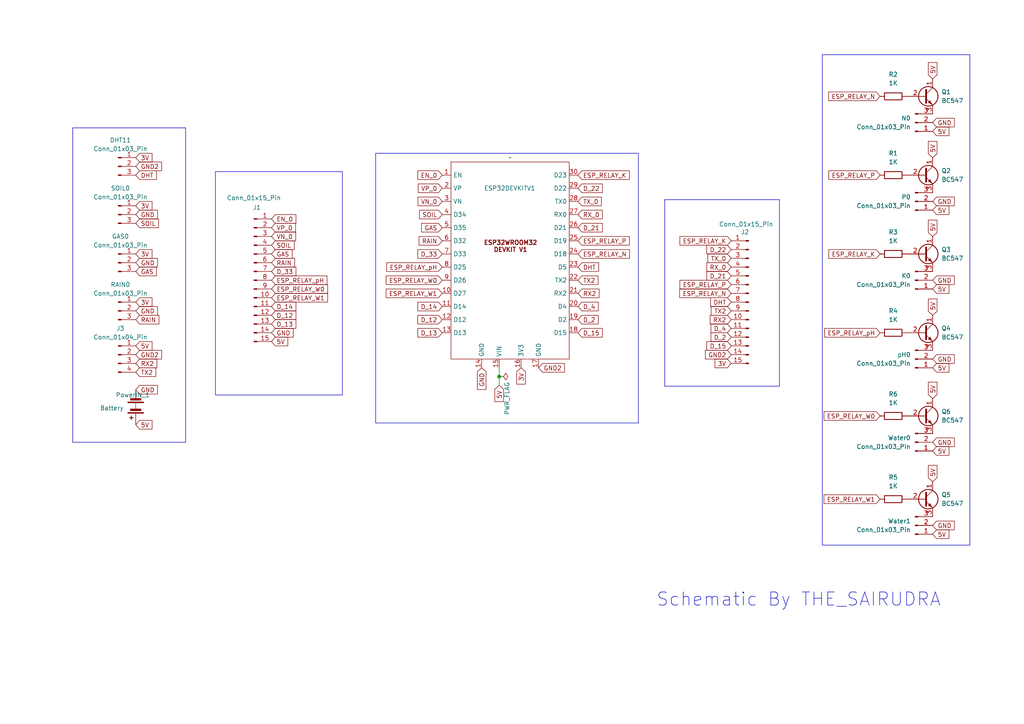
<source format=kicad_sch>
(kicad_sch
	(version 20231120)
	(generator "eeschema")
	(generator_version "8.0")
	(uuid "b94b8f15-7f5f-4812-9be1-e26c70edeefc")
	(paper "A4")
	(lib_symbols
		(symbol "Connector:Conn_01x03_Pin"
			(pin_names
				(offset 1.016) hide)
			(exclude_from_sim no)
			(in_bom yes)
			(on_board yes)
			(property "Reference" "J"
				(at 0 5.08 0)
				(effects
					(font
						(size 1.27 1.27)
					)
				)
			)
			(property "Value" "Conn_01x03_Pin"
				(at 0 -5.08 0)
				(effects
					(font
						(size 1.27 1.27)
					)
				)
			)
			(property "Footprint" ""
				(at 0 0 0)
				(effects
					(font
						(size 1.27 1.27)
					)
					(hide yes)
				)
			)
			(property "Datasheet" "~"
				(at 0 0 0)
				(effects
					(font
						(size 1.27 1.27)
					)
					(hide yes)
				)
			)
			(property "Description" "Generic connector, single row, 01x03, script generated"
				(at 0 0 0)
				(effects
					(font
						(size 1.27 1.27)
					)
					(hide yes)
				)
			)
			(property "ki_locked" ""
				(at 0 0 0)
				(effects
					(font
						(size 1.27 1.27)
					)
				)
			)
			(property "ki_keywords" "connector"
				(at 0 0 0)
				(effects
					(font
						(size 1.27 1.27)
					)
					(hide yes)
				)
			)
			(property "ki_fp_filters" "Connector*:*_1x??_*"
				(at 0 0 0)
				(effects
					(font
						(size 1.27 1.27)
					)
					(hide yes)
				)
			)
			(symbol "Conn_01x03_Pin_1_1"
				(polyline
					(pts
						(xy 1.27 -2.54) (xy 0.8636 -2.54)
					)
					(stroke
						(width 0.1524)
						(type default)
					)
					(fill
						(type none)
					)
				)
				(polyline
					(pts
						(xy 1.27 0) (xy 0.8636 0)
					)
					(stroke
						(width 0.1524)
						(type default)
					)
					(fill
						(type none)
					)
				)
				(polyline
					(pts
						(xy 1.27 2.54) (xy 0.8636 2.54)
					)
					(stroke
						(width 0.1524)
						(type default)
					)
					(fill
						(type none)
					)
				)
				(rectangle
					(start 0.8636 -2.413)
					(end 0 -2.667)
					(stroke
						(width 0.1524)
						(type default)
					)
					(fill
						(type outline)
					)
				)
				(rectangle
					(start 0.8636 0.127)
					(end 0 -0.127)
					(stroke
						(width 0.1524)
						(type default)
					)
					(fill
						(type outline)
					)
				)
				(rectangle
					(start 0.8636 2.667)
					(end 0 2.413)
					(stroke
						(width 0.1524)
						(type default)
					)
					(fill
						(type outline)
					)
				)
				(pin passive line
					(at 5.08 2.54 180)
					(length 3.81)
					(name "Pin_1"
						(effects
							(font
								(size 1.27 1.27)
							)
						)
					)
					(number "1"
						(effects
							(font
								(size 1.27 1.27)
							)
						)
					)
				)
				(pin passive line
					(at 5.08 0 180)
					(length 3.81)
					(name "Pin_2"
						(effects
							(font
								(size 1.27 1.27)
							)
						)
					)
					(number "2"
						(effects
							(font
								(size 1.27 1.27)
							)
						)
					)
				)
				(pin passive line
					(at 5.08 -2.54 180)
					(length 3.81)
					(name "Pin_3"
						(effects
							(font
								(size 1.27 1.27)
							)
						)
					)
					(number "3"
						(effects
							(font
								(size 1.27 1.27)
							)
						)
					)
				)
			)
		)
		(symbol "Connector:Conn_01x04_Pin"
			(pin_names
				(offset 1.016) hide)
			(exclude_from_sim no)
			(in_bom yes)
			(on_board yes)
			(property "Reference" "J"
				(at 0 5.08 0)
				(effects
					(font
						(size 1.27 1.27)
					)
				)
			)
			(property "Value" "Conn_01x04_Pin"
				(at 0 -7.62 0)
				(effects
					(font
						(size 1.27 1.27)
					)
				)
			)
			(property "Footprint" ""
				(at 0 0 0)
				(effects
					(font
						(size 1.27 1.27)
					)
					(hide yes)
				)
			)
			(property "Datasheet" "~"
				(at 0 0 0)
				(effects
					(font
						(size 1.27 1.27)
					)
					(hide yes)
				)
			)
			(property "Description" "Generic connector, single row, 01x04, script generated"
				(at 0 0 0)
				(effects
					(font
						(size 1.27 1.27)
					)
					(hide yes)
				)
			)
			(property "ki_locked" ""
				(at 0 0 0)
				(effects
					(font
						(size 1.27 1.27)
					)
				)
			)
			(property "ki_keywords" "connector"
				(at 0 0 0)
				(effects
					(font
						(size 1.27 1.27)
					)
					(hide yes)
				)
			)
			(property "ki_fp_filters" "Connector*:*_1x??_*"
				(at 0 0 0)
				(effects
					(font
						(size 1.27 1.27)
					)
					(hide yes)
				)
			)
			(symbol "Conn_01x04_Pin_1_1"
				(polyline
					(pts
						(xy 1.27 -5.08) (xy 0.8636 -5.08)
					)
					(stroke
						(width 0.1524)
						(type default)
					)
					(fill
						(type none)
					)
				)
				(polyline
					(pts
						(xy 1.27 -2.54) (xy 0.8636 -2.54)
					)
					(stroke
						(width 0.1524)
						(type default)
					)
					(fill
						(type none)
					)
				)
				(polyline
					(pts
						(xy 1.27 0) (xy 0.8636 0)
					)
					(stroke
						(width 0.1524)
						(type default)
					)
					(fill
						(type none)
					)
				)
				(polyline
					(pts
						(xy 1.27 2.54) (xy 0.8636 2.54)
					)
					(stroke
						(width 0.1524)
						(type default)
					)
					(fill
						(type none)
					)
				)
				(rectangle
					(start 0.8636 -4.953)
					(end 0 -5.207)
					(stroke
						(width 0.1524)
						(type default)
					)
					(fill
						(type outline)
					)
				)
				(rectangle
					(start 0.8636 -2.413)
					(end 0 -2.667)
					(stroke
						(width 0.1524)
						(type default)
					)
					(fill
						(type outline)
					)
				)
				(rectangle
					(start 0.8636 0.127)
					(end 0 -0.127)
					(stroke
						(width 0.1524)
						(type default)
					)
					(fill
						(type outline)
					)
				)
				(rectangle
					(start 0.8636 2.667)
					(end 0 2.413)
					(stroke
						(width 0.1524)
						(type default)
					)
					(fill
						(type outline)
					)
				)
				(pin passive line
					(at 5.08 2.54 180)
					(length 3.81)
					(name "Pin_1"
						(effects
							(font
								(size 1.27 1.27)
							)
						)
					)
					(number "1"
						(effects
							(font
								(size 1.27 1.27)
							)
						)
					)
				)
				(pin passive line
					(at 5.08 0 180)
					(length 3.81)
					(name "Pin_2"
						(effects
							(font
								(size 1.27 1.27)
							)
						)
					)
					(number "2"
						(effects
							(font
								(size 1.27 1.27)
							)
						)
					)
				)
				(pin passive line
					(at 5.08 -2.54 180)
					(length 3.81)
					(name "Pin_3"
						(effects
							(font
								(size 1.27 1.27)
							)
						)
					)
					(number "3"
						(effects
							(font
								(size 1.27 1.27)
							)
						)
					)
				)
				(pin passive line
					(at 5.08 -5.08 180)
					(length 3.81)
					(name "Pin_4"
						(effects
							(font
								(size 1.27 1.27)
							)
						)
					)
					(number "4"
						(effects
							(font
								(size 1.27 1.27)
							)
						)
					)
				)
			)
		)
		(symbol "Connector:Conn_01x15_Pin"
			(pin_names
				(offset 1.016) hide)
			(exclude_from_sim no)
			(in_bom yes)
			(on_board yes)
			(property "Reference" "J"
				(at 0 20.32 0)
				(effects
					(font
						(size 1.27 1.27)
					)
				)
			)
			(property "Value" "Conn_01x15_Pin"
				(at 0 -20.32 0)
				(effects
					(font
						(size 1.27 1.27)
					)
				)
			)
			(property "Footprint" ""
				(at 0 0 0)
				(effects
					(font
						(size 1.27 1.27)
					)
					(hide yes)
				)
			)
			(property "Datasheet" "~"
				(at 0 0 0)
				(effects
					(font
						(size 1.27 1.27)
					)
					(hide yes)
				)
			)
			(property "Description" "Generic connector, single row, 01x15, script generated"
				(at 0 0 0)
				(effects
					(font
						(size 1.27 1.27)
					)
					(hide yes)
				)
			)
			(property "ki_locked" ""
				(at 0 0 0)
				(effects
					(font
						(size 1.27 1.27)
					)
				)
			)
			(property "ki_keywords" "connector"
				(at 0 0 0)
				(effects
					(font
						(size 1.27 1.27)
					)
					(hide yes)
				)
			)
			(property "ki_fp_filters" "Connector*:*_1x??_*"
				(at 0 0 0)
				(effects
					(font
						(size 1.27 1.27)
					)
					(hide yes)
				)
			)
			(symbol "Conn_01x15_Pin_1_1"
				(polyline
					(pts
						(xy 1.27 -17.78) (xy 0.8636 -17.78)
					)
					(stroke
						(width 0.1524)
						(type default)
					)
					(fill
						(type none)
					)
				)
				(polyline
					(pts
						(xy 1.27 -15.24) (xy 0.8636 -15.24)
					)
					(stroke
						(width 0.1524)
						(type default)
					)
					(fill
						(type none)
					)
				)
				(polyline
					(pts
						(xy 1.27 -12.7) (xy 0.8636 -12.7)
					)
					(stroke
						(width 0.1524)
						(type default)
					)
					(fill
						(type none)
					)
				)
				(polyline
					(pts
						(xy 1.27 -10.16) (xy 0.8636 -10.16)
					)
					(stroke
						(width 0.1524)
						(type default)
					)
					(fill
						(type none)
					)
				)
				(polyline
					(pts
						(xy 1.27 -7.62) (xy 0.8636 -7.62)
					)
					(stroke
						(width 0.1524)
						(type default)
					)
					(fill
						(type none)
					)
				)
				(polyline
					(pts
						(xy 1.27 -5.08) (xy 0.8636 -5.08)
					)
					(stroke
						(width 0.1524)
						(type default)
					)
					(fill
						(type none)
					)
				)
				(polyline
					(pts
						(xy 1.27 -2.54) (xy 0.8636 -2.54)
					)
					(stroke
						(width 0.1524)
						(type default)
					)
					(fill
						(type none)
					)
				)
				(polyline
					(pts
						(xy 1.27 0) (xy 0.8636 0)
					)
					(stroke
						(width 0.1524)
						(type default)
					)
					(fill
						(type none)
					)
				)
				(polyline
					(pts
						(xy 1.27 2.54) (xy 0.8636 2.54)
					)
					(stroke
						(width 0.1524)
						(type default)
					)
					(fill
						(type none)
					)
				)
				(polyline
					(pts
						(xy 1.27 5.08) (xy 0.8636 5.08)
					)
					(stroke
						(width 0.1524)
						(type default)
					)
					(fill
						(type none)
					)
				)
				(polyline
					(pts
						(xy 1.27 7.62) (xy 0.8636 7.62)
					)
					(stroke
						(width 0.1524)
						(type default)
					)
					(fill
						(type none)
					)
				)
				(polyline
					(pts
						(xy 1.27 10.16) (xy 0.8636 10.16)
					)
					(stroke
						(width 0.1524)
						(type default)
					)
					(fill
						(type none)
					)
				)
				(polyline
					(pts
						(xy 1.27 12.7) (xy 0.8636 12.7)
					)
					(stroke
						(width 0.1524)
						(type default)
					)
					(fill
						(type none)
					)
				)
				(polyline
					(pts
						(xy 1.27 15.24) (xy 0.8636 15.24)
					)
					(stroke
						(width 0.1524)
						(type default)
					)
					(fill
						(type none)
					)
				)
				(polyline
					(pts
						(xy 1.27 17.78) (xy 0.8636 17.78)
					)
					(stroke
						(width 0.1524)
						(type default)
					)
					(fill
						(type none)
					)
				)
				(rectangle
					(start 0.8636 -17.653)
					(end 0 -17.907)
					(stroke
						(width 0.1524)
						(type default)
					)
					(fill
						(type outline)
					)
				)
				(rectangle
					(start 0.8636 -15.113)
					(end 0 -15.367)
					(stroke
						(width 0.1524)
						(type default)
					)
					(fill
						(type outline)
					)
				)
				(rectangle
					(start 0.8636 -12.573)
					(end 0 -12.827)
					(stroke
						(width 0.1524)
						(type default)
					)
					(fill
						(type outline)
					)
				)
				(rectangle
					(start 0.8636 -10.033)
					(end 0 -10.287)
					(stroke
						(width 0.1524)
						(type default)
					)
					(fill
						(type outline)
					)
				)
				(rectangle
					(start 0.8636 -7.493)
					(end 0 -7.747)
					(stroke
						(width 0.1524)
						(type default)
					)
					(fill
						(type outline)
					)
				)
				(rectangle
					(start 0.8636 -4.953)
					(end 0 -5.207)
					(stroke
						(width 0.1524)
						(type default)
					)
					(fill
						(type outline)
					)
				)
				(rectangle
					(start 0.8636 -2.413)
					(end 0 -2.667)
					(stroke
						(width 0.1524)
						(type default)
					)
					(fill
						(type outline)
					)
				)
				(rectangle
					(start 0.8636 0.127)
					(end 0 -0.127)
					(stroke
						(width 0.1524)
						(type default)
					)
					(fill
						(type outline)
					)
				)
				(rectangle
					(start 0.8636 2.667)
					(end 0 2.413)
					(stroke
						(width 0.1524)
						(type default)
					)
					(fill
						(type outline)
					)
				)
				(rectangle
					(start 0.8636 5.207)
					(end 0 4.953)
					(stroke
						(width 0.1524)
						(type default)
					)
					(fill
						(type outline)
					)
				)
				(rectangle
					(start 0.8636 7.747)
					(end 0 7.493)
					(stroke
						(width 0.1524)
						(type default)
					)
					(fill
						(type outline)
					)
				)
				(rectangle
					(start 0.8636 10.287)
					(end 0 10.033)
					(stroke
						(width 0.1524)
						(type default)
					)
					(fill
						(type outline)
					)
				)
				(rectangle
					(start 0.8636 12.827)
					(end 0 12.573)
					(stroke
						(width 0.1524)
						(type default)
					)
					(fill
						(type outline)
					)
				)
				(rectangle
					(start 0.8636 15.367)
					(end 0 15.113)
					(stroke
						(width 0.1524)
						(type default)
					)
					(fill
						(type outline)
					)
				)
				(rectangle
					(start 0.8636 17.907)
					(end 0 17.653)
					(stroke
						(width 0.1524)
						(type default)
					)
					(fill
						(type outline)
					)
				)
				(pin passive line
					(at 5.08 17.78 180)
					(length 3.81)
					(name "Pin_1"
						(effects
							(font
								(size 1.27 1.27)
							)
						)
					)
					(number "1"
						(effects
							(font
								(size 1.27 1.27)
							)
						)
					)
				)
				(pin passive line
					(at 5.08 -5.08 180)
					(length 3.81)
					(name "Pin_10"
						(effects
							(font
								(size 1.27 1.27)
							)
						)
					)
					(number "10"
						(effects
							(font
								(size 1.27 1.27)
							)
						)
					)
				)
				(pin passive line
					(at 5.08 -7.62 180)
					(length 3.81)
					(name "Pin_11"
						(effects
							(font
								(size 1.27 1.27)
							)
						)
					)
					(number "11"
						(effects
							(font
								(size 1.27 1.27)
							)
						)
					)
				)
				(pin passive line
					(at 5.08 -10.16 180)
					(length 3.81)
					(name "Pin_12"
						(effects
							(font
								(size 1.27 1.27)
							)
						)
					)
					(number "12"
						(effects
							(font
								(size 1.27 1.27)
							)
						)
					)
				)
				(pin passive line
					(at 5.08 -12.7 180)
					(length 3.81)
					(name "Pin_13"
						(effects
							(font
								(size 1.27 1.27)
							)
						)
					)
					(number "13"
						(effects
							(font
								(size 1.27 1.27)
							)
						)
					)
				)
				(pin passive line
					(at 5.08 -15.24 180)
					(length 3.81)
					(name "Pin_14"
						(effects
							(font
								(size 1.27 1.27)
							)
						)
					)
					(number "14"
						(effects
							(font
								(size 1.27 1.27)
							)
						)
					)
				)
				(pin passive line
					(at 5.08 -17.78 180)
					(length 3.81)
					(name "Pin_15"
						(effects
							(font
								(size 1.27 1.27)
							)
						)
					)
					(number "15"
						(effects
							(font
								(size 1.27 1.27)
							)
						)
					)
				)
				(pin passive line
					(at 5.08 15.24 180)
					(length 3.81)
					(name "Pin_2"
						(effects
							(font
								(size 1.27 1.27)
							)
						)
					)
					(number "2"
						(effects
							(font
								(size 1.27 1.27)
							)
						)
					)
				)
				(pin passive line
					(at 5.08 12.7 180)
					(length 3.81)
					(name "Pin_3"
						(effects
							(font
								(size 1.27 1.27)
							)
						)
					)
					(number "3"
						(effects
							(font
								(size 1.27 1.27)
							)
						)
					)
				)
				(pin passive line
					(at 5.08 10.16 180)
					(length 3.81)
					(name "Pin_4"
						(effects
							(font
								(size 1.27 1.27)
							)
						)
					)
					(number "4"
						(effects
							(font
								(size 1.27 1.27)
							)
						)
					)
				)
				(pin passive line
					(at 5.08 7.62 180)
					(length 3.81)
					(name "Pin_5"
						(effects
							(font
								(size 1.27 1.27)
							)
						)
					)
					(number "5"
						(effects
							(font
								(size 1.27 1.27)
							)
						)
					)
				)
				(pin passive line
					(at 5.08 5.08 180)
					(length 3.81)
					(name "Pin_6"
						(effects
							(font
								(size 1.27 1.27)
							)
						)
					)
					(number "6"
						(effects
							(font
								(size 1.27 1.27)
							)
						)
					)
				)
				(pin passive line
					(at 5.08 2.54 180)
					(length 3.81)
					(name "Pin_7"
						(effects
							(font
								(size 1.27 1.27)
							)
						)
					)
					(number "7"
						(effects
							(font
								(size 1.27 1.27)
							)
						)
					)
				)
				(pin passive line
					(at 5.08 0 180)
					(length 3.81)
					(name "Pin_8"
						(effects
							(font
								(size 1.27 1.27)
							)
						)
					)
					(number "8"
						(effects
							(font
								(size 1.27 1.27)
							)
						)
					)
				)
				(pin passive line
					(at 5.08 -2.54 180)
					(length 3.81)
					(name "Pin_9"
						(effects
							(font
								(size 1.27 1.27)
							)
						)
					)
					(number "9"
						(effects
							(font
								(size 1.27 1.27)
							)
						)
					)
				)
			)
		)
		(symbol "Device:Battery"
			(pin_numbers hide)
			(pin_names
				(offset 0) hide)
			(exclude_from_sim no)
			(in_bom yes)
			(on_board yes)
			(property "Reference" "BT"
				(at 2.54 2.54 0)
				(effects
					(font
						(size 1.27 1.27)
					)
					(justify left)
				)
			)
			(property "Value" "Battery"
				(at 2.54 0 0)
				(effects
					(font
						(size 1.27 1.27)
					)
					(justify left)
				)
			)
			(property "Footprint" ""
				(at 0 1.524 90)
				(effects
					(font
						(size 1.27 1.27)
					)
					(hide yes)
				)
			)
			(property "Datasheet" "~"
				(at 0 1.524 90)
				(effects
					(font
						(size 1.27 1.27)
					)
					(hide yes)
				)
			)
			(property "Description" "Multiple-cell battery"
				(at 0 0 0)
				(effects
					(font
						(size 1.27 1.27)
					)
					(hide yes)
				)
			)
			(property "ki_keywords" "batt voltage-source cell"
				(at 0 0 0)
				(effects
					(font
						(size 1.27 1.27)
					)
					(hide yes)
				)
			)
			(symbol "Battery_0_1"
				(rectangle
					(start -2.286 -1.27)
					(end 2.286 -1.524)
					(stroke
						(width 0)
						(type default)
					)
					(fill
						(type outline)
					)
				)
				(rectangle
					(start -2.286 1.778)
					(end 2.286 1.524)
					(stroke
						(width 0)
						(type default)
					)
					(fill
						(type outline)
					)
				)
				(rectangle
					(start -1.524 -2.032)
					(end 1.524 -2.54)
					(stroke
						(width 0)
						(type default)
					)
					(fill
						(type outline)
					)
				)
				(rectangle
					(start -1.524 1.016)
					(end 1.524 0.508)
					(stroke
						(width 0)
						(type default)
					)
					(fill
						(type outline)
					)
				)
				(polyline
					(pts
						(xy 0 -1.016) (xy 0 -0.762)
					)
					(stroke
						(width 0)
						(type default)
					)
					(fill
						(type none)
					)
				)
				(polyline
					(pts
						(xy 0 -0.508) (xy 0 -0.254)
					)
					(stroke
						(width 0)
						(type default)
					)
					(fill
						(type none)
					)
				)
				(polyline
					(pts
						(xy 0 0) (xy 0 0.254)
					)
					(stroke
						(width 0)
						(type default)
					)
					(fill
						(type none)
					)
				)
				(polyline
					(pts
						(xy 0 1.778) (xy 0 2.54)
					)
					(stroke
						(width 0)
						(type default)
					)
					(fill
						(type none)
					)
				)
				(polyline
					(pts
						(xy 0.762 3.048) (xy 1.778 3.048)
					)
					(stroke
						(width 0.254)
						(type default)
					)
					(fill
						(type none)
					)
				)
				(polyline
					(pts
						(xy 1.27 3.556) (xy 1.27 2.54)
					)
					(stroke
						(width 0.254)
						(type default)
					)
					(fill
						(type none)
					)
				)
			)
			(symbol "Battery_1_1"
				(pin passive line
					(at 0 5.08 270)
					(length 2.54)
					(name "+"
						(effects
							(font
								(size 1.27 1.27)
							)
						)
					)
					(number "1"
						(effects
							(font
								(size 1.27 1.27)
							)
						)
					)
				)
				(pin passive line
					(at 0 -5.08 90)
					(length 2.54)
					(name "-"
						(effects
							(font
								(size 1.27 1.27)
							)
						)
					)
					(number "2"
						(effects
							(font
								(size 1.27 1.27)
							)
						)
					)
				)
			)
		)
		(symbol "Device:R"
			(pin_numbers hide)
			(pin_names
				(offset 0)
			)
			(exclude_from_sim no)
			(in_bom yes)
			(on_board yes)
			(property "Reference" "R"
				(at 2.032 0 90)
				(effects
					(font
						(size 1.27 1.27)
					)
				)
			)
			(property "Value" "R"
				(at 0 0 90)
				(effects
					(font
						(size 1.27 1.27)
					)
				)
			)
			(property "Footprint" ""
				(at -1.778 0 90)
				(effects
					(font
						(size 1.27 1.27)
					)
					(hide yes)
				)
			)
			(property "Datasheet" "~"
				(at 0 0 0)
				(effects
					(font
						(size 1.27 1.27)
					)
					(hide yes)
				)
			)
			(property "Description" "Resistor"
				(at 0 0 0)
				(effects
					(font
						(size 1.27 1.27)
					)
					(hide yes)
				)
			)
			(property "ki_keywords" "R res resistor"
				(at 0 0 0)
				(effects
					(font
						(size 1.27 1.27)
					)
					(hide yes)
				)
			)
			(property "ki_fp_filters" "R_*"
				(at 0 0 0)
				(effects
					(font
						(size 1.27 1.27)
					)
					(hide yes)
				)
			)
			(symbol "R_0_1"
				(rectangle
					(start -1.016 -2.54)
					(end 1.016 2.54)
					(stroke
						(width 0.254)
						(type default)
					)
					(fill
						(type none)
					)
				)
			)
			(symbol "R_1_1"
				(pin passive line
					(at 0 3.81 270)
					(length 1.27)
					(name "~"
						(effects
							(font
								(size 1.27 1.27)
							)
						)
					)
					(number "1"
						(effects
							(font
								(size 1.27 1.27)
							)
						)
					)
				)
				(pin passive line
					(at 0 -3.81 90)
					(length 1.27)
					(name "~"
						(effects
							(font
								(size 1.27 1.27)
							)
						)
					)
					(number "2"
						(effects
							(font
								(size 1.27 1.27)
							)
						)
					)
				)
			)
		)
		(symbol "ESP32_DEVKITV1:ESP32_DEVKITV1"
			(pin_names
				(offset 0.635)
			)
			(exclude_from_sim no)
			(in_bom yes)
			(on_board yes)
			(property "Reference" "U"
				(at 1.524 29.972 0)
				(effects
					(font
						(size 1.27 1.27)
					)
				)
			)
			(property "Value" ""
				(at 1.27 10.16 0)
				(effects
					(font
						(size 1.27 1.27)
					)
				)
			)
			(property "Footprint" ""
				(at 1.27 10.16 0)
				(effects
					(font
						(size 1.27 1.27)
					)
					(hide yes)
				)
			)
			(property "Datasheet" ""
				(at 1.27 10.16 0)
				(effects
					(font
						(size 1.27 1.27)
					)
					(hide yes)
				)
			)
			(property "Description" ""
				(at 1.27 10.16 0)
				(effects
					(font
						(size 1.27 1.27)
					)
					(hide yes)
				)
			)
			(property "ki_keywords" "ESP32"
				(at 0 0 0)
				(effects
					(font
						(size 1.27 1.27)
					)
					(hide yes)
				)
			)
			(symbol "ESP32_DEVKITV1_0_1"
				(rectangle
					(start -15.24 33.02)
					(end 19.05 -24.13)
					(stroke
						(width 0)
						(type default)
					)
					(fill
						(type none)
					)
				)
			)
			(symbol "ESP32_DEVKITV1_1_1"
				(text "ESP32WROOM32\nDEVKIT V1"
					(at 2.032 8.636 0)
					(effects
						(font
							(size 1.27 1.27)
							(bold yes)
						)
					)
				)
				(pin input line
					(at -17.78 29.21 0)
					(length 2.54)
					(name "EN"
						(effects
							(font
								(size 1.27 1.27)
							)
						)
					)
					(number "1"
						(effects
							(font
								(size 1.27 1.27)
							)
						)
					)
				)
				(pin bidirectional line
					(at -17.78 -5.08 0)
					(length 2.54)
					(name "D27"
						(effects
							(font
								(size 1.27 1.27)
							)
						)
					)
					(number "10"
						(effects
							(font
								(size 1.27 1.27)
							)
						)
					)
				)
				(pin bidirectional line
					(at -17.78 -8.89 0)
					(length 2.54)
					(name "D14"
						(effects
							(font
								(size 1.27 1.27)
							)
						)
					)
					(number "11"
						(effects
							(font
								(size 1.27 1.27)
							)
						)
					)
				)
				(pin bidirectional line
					(at -17.78 -12.7 0)
					(length 2.54)
					(name "D12"
						(effects
							(font
								(size 1.27 1.27)
							)
						)
					)
					(number "12"
						(effects
							(font
								(size 1.27 1.27)
							)
						)
					)
				)
				(pin bidirectional line
					(at -17.78 -16.51 0)
					(length 2.54)
					(name "D13"
						(effects
							(font
								(size 1.27 1.27)
							)
						)
					)
					(number "13"
						(effects
							(font
								(size 1.27 1.27)
							)
						)
					)
				)
				(pin bidirectional line
					(at -6.35 -26.67 90)
					(length 2.54)
					(name "GND"
						(effects
							(font
								(size 1.27 1.27)
							)
						)
					)
					(number "14"
						(effects
							(font
								(size 1.27 1.27)
							)
						)
					)
				)
				(pin power_in line
					(at -1.27 -26.67 90)
					(length 2.54)
					(name "VIN"
						(effects
							(font
								(size 1.27 1.27)
							)
						)
					)
					(number "15"
						(effects
							(font
								(size 1.27 1.27)
							)
						)
					)
				)
				(pin power_out line
					(at 5.08 -26.67 90)
					(length 2.54)
					(name "3V3"
						(effects
							(font
								(size 1.27 1.27)
							)
						)
					)
					(number "16"
						(effects
							(font
								(size 1.27 1.27)
							)
						)
					)
				)
				(pin bidirectional line
					(at 10.16 -26.67 90)
					(length 2.54)
					(name "GND"
						(effects
							(font
								(size 1.27 1.27)
							)
						)
					)
					(number "17"
						(effects
							(font
								(size 1.27 1.27)
							)
						)
					)
				)
				(pin bidirectional line
					(at 21.59 -16.51 180)
					(length 2.54)
					(name "D15"
						(effects
							(font
								(size 1.27 1.27)
							)
						)
					)
					(number "18"
						(effects
							(font
								(size 1.27 1.27)
							)
						)
					)
				)
				(pin bidirectional line
					(at 21.59 -12.7 180)
					(length 2.54)
					(name "D2"
						(effects
							(font
								(size 1.27 1.27)
							)
						)
					)
					(number "19"
						(effects
							(font
								(size 1.27 1.27)
							)
						)
					)
				)
				(pin input line
					(at -17.78 25.4 0)
					(length 2.54)
					(name "VP"
						(effects
							(font
								(size 1.27 1.27)
							)
						)
					)
					(number "2"
						(effects
							(font
								(size 1.27 1.27)
							)
						)
					)
				)
				(pin bidirectional line
					(at 21.59 -8.89 180)
					(length 2.54)
					(name "D4"
						(effects
							(font
								(size 1.27 1.27)
							)
						)
					)
					(number "20"
						(effects
							(font
								(size 1.27 1.27)
							)
						)
					)
				)
				(pin input line
					(at 21.59 -5.08 180)
					(length 2.54)
					(name "RX2"
						(effects
							(font
								(size 1.27 1.27)
							)
						)
					)
					(number "21"
						(effects
							(font
								(size 1.27 1.27)
							)
						)
					)
				)
				(pin output line
					(at 21.59 -1.27 180)
					(length 2.54)
					(name "TX2"
						(effects
							(font
								(size 1.27 1.27)
							)
						)
					)
					(number "22"
						(effects
							(font
								(size 1.27 1.27)
							)
						)
					)
				)
				(pin bidirectional line
					(at 21.59 2.54 180)
					(length 2.54)
					(name "D5"
						(effects
							(font
								(size 1.27 1.27)
							)
						)
					)
					(number "23"
						(effects
							(font
								(size 1.27 1.27)
							)
						)
					)
				)
				(pin bidirectional line
					(at 21.59 6.35 180)
					(length 2.54)
					(name "D18"
						(effects
							(font
								(size 1.27 1.27)
							)
						)
					)
					(number "24"
						(effects
							(font
								(size 1.27 1.27)
							)
						)
					)
				)
				(pin bidirectional line
					(at 21.59 10.16 180)
					(length 2.54)
					(name "D19"
						(effects
							(font
								(size 1.27 1.27)
							)
						)
					)
					(number "25"
						(effects
							(font
								(size 1.27 1.27)
							)
						)
					)
				)
				(pin bidirectional line
					(at 21.59 13.97 180)
					(length 2.54)
					(name "D21"
						(effects
							(font
								(size 1.27 1.27)
							)
						)
					)
					(number "26"
						(effects
							(font
								(size 1.27 1.27)
							)
						)
					)
				)
				(pin input line
					(at 21.59 17.78 180)
					(length 2.54)
					(name "RX0"
						(effects
							(font
								(size 1.27 1.27)
							)
						)
					)
					(number "27"
						(effects
							(font
								(size 1.27 1.27)
							)
						)
					)
				)
				(pin output line
					(at 21.59 21.59 180)
					(length 2.54)
					(name "TX0"
						(effects
							(font
								(size 1.27 1.27)
							)
						)
					)
					(number "28"
						(effects
							(font
								(size 1.27 1.27)
							)
						)
					)
				)
				(pin bidirectional line
					(at 21.59 25.4 180)
					(length 2.54)
					(name "D22"
						(effects
							(font
								(size 1.27 1.27)
							)
						)
					)
					(number "29"
						(effects
							(font
								(size 1.27 1.27)
							)
						)
					)
				)
				(pin input line
					(at -17.78 21.59 0)
					(length 2.54)
					(name "VN"
						(effects
							(font
								(size 1.27 1.27)
							)
						)
					)
					(number "3"
						(effects
							(font
								(size 1.27 1.27)
							)
						)
					)
				)
				(pin bidirectional line
					(at 21.59 29.21 180)
					(length 2.54)
					(name "D23"
						(effects
							(font
								(size 1.27 1.27)
							)
						)
					)
					(number "30"
						(effects
							(font
								(size 1.27 1.27)
							)
						)
					)
				)
				(pin input line
					(at -17.78 17.78 0)
					(length 2.54)
					(name "D34"
						(effects
							(font
								(size 1.27 1.27)
							)
						)
					)
					(number "4"
						(effects
							(font
								(size 1.27 1.27)
							)
						)
					)
				)
				(pin input line
					(at -17.78 13.97 0)
					(length 2.54)
					(name "D35"
						(effects
							(font
								(size 1.27 1.27)
							)
						)
					)
					(number "5"
						(effects
							(font
								(size 1.27 1.27)
							)
						)
					)
				)
				(pin bidirectional line
					(at -17.78 10.16 0)
					(length 2.54)
					(name "D32"
						(effects
							(font
								(size 1.27 1.27)
							)
						)
					)
					(number "6"
						(effects
							(font
								(size 1.27 1.27)
							)
						)
					)
				)
				(pin bidirectional line
					(at -17.78 6.35 0)
					(length 2.54)
					(name "D33"
						(effects
							(font
								(size 1.27 1.27)
							)
						)
					)
					(number "7"
						(effects
							(font
								(size 1.27 1.27)
							)
						)
					)
				)
				(pin bidirectional line
					(at -17.78 2.54 0)
					(length 2.54)
					(name "D25"
						(effects
							(font
								(size 1.27 1.27)
							)
						)
					)
					(number "8"
						(effects
							(font
								(size 1.27 1.27)
							)
						)
					)
				)
				(pin bidirectional line
					(at -17.78 -1.27 0)
					(length 2.54)
					(name "D26"
						(effects
							(font
								(size 1.27 1.27)
							)
						)
					)
					(number "9"
						(effects
							(font
								(size 1.27 1.27)
							)
						)
					)
				)
			)
		)
		(symbol "Transistor_BJT:BC547"
			(pin_names
				(offset 0) hide)
			(exclude_from_sim no)
			(in_bom yes)
			(on_board yes)
			(property "Reference" "Q"
				(at 5.08 1.905 0)
				(effects
					(font
						(size 1.27 1.27)
					)
					(justify left)
				)
			)
			(property "Value" "BC547"
				(at 5.08 0 0)
				(effects
					(font
						(size 1.27 1.27)
					)
					(justify left)
				)
			)
			(property "Footprint" "Package_TO_SOT_THT:TO-92_Inline"
				(at 5.08 -1.905 0)
				(effects
					(font
						(size 1.27 1.27)
						(italic yes)
					)
					(justify left)
					(hide yes)
				)
			)
			(property "Datasheet" "https://www.onsemi.com/pub/Collateral/BC550-D.pdf"
				(at 0 0 0)
				(effects
					(font
						(size 1.27 1.27)
					)
					(justify left)
					(hide yes)
				)
			)
			(property "Description" "0.1A Ic, 45V Vce, Small Signal NPN Transistor, TO-92"
				(at 0 0 0)
				(effects
					(font
						(size 1.27 1.27)
					)
					(hide yes)
				)
			)
			(property "ki_keywords" "NPN Transistor"
				(at 0 0 0)
				(effects
					(font
						(size 1.27 1.27)
					)
					(hide yes)
				)
			)
			(property "ki_fp_filters" "TO?92*"
				(at 0 0 0)
				(effects
					(font
						(size 1.27 1.27)
					)
					(hide yes)
				)
			)
			(symbol "BC547_0_1"
				(polyline
					(pts
						(xy 0 0) (xy 0.635 0)
					)
					(stroke
						(width 0)
						(type default)
					)
					(fill
						(type none)
					)
				)
				(polyline
					(pts
						(xy 0.635 0.635) (xy 2.54 2.54)
					)
					(stroke
						(width 0)
						(type default)
					)
					(fill
						(type none)
					)
				)
				(polyline
					(pts
						(xy 0.635 -0.635) (xy 2.54 -2.54) (xy 2.54 -2.54)
					)
					(stroke
						(width 0)
						(type default)
					)
					(fill
						(type none)
					)
				)
				(polyline
					(pts
						(xy 0.635 1.905) (xy 0.635 -1.905) (xy 0.635 -1.905)
					)
					(stroke
						(width 0.508)
						(type default)
					)
					(fill
						(type none)
					)
				)
				(polyline
					(pts
						(xy 1.27 -1.778) (xy 1.778 -1.27) (xy 2.286 -2.286) (xy 1.27 -1.778) (xy 1.27 -1.778)
					)
					(stroke
						(width 0)
						(type default)
					)
					(fill
						(type outline)
					)
				)
				(circle
					(center 1.27 0)
					(radius 2.8194)
					(stroke
						(width 0.254)
						(type default)
					)
					(fill
						(type none)
					)
				)
			)
			(symbol "BC547_1_1"
				(pin passive line
					(at 2.54 5.08 270)
					(length 2.54)
					(name "C"
						(effects
							(font
								(size 1.27 1.27)
							)
						)
					)
					(number "1"
						(effects
							(font
								(size 1.27 1.27)
							)
						)
					)
				)
				(pin input line
					(at -5.08 0 0)
					(length 5.08)
					(name "B"
						(effects
							(font
								(size 1.27 1.27)
							)
						)
					)
					(number "2"
						(effects
							(font
								(size 1.27 1.27)
							)
						)
					)
				)
				(pin passive line
					(at 2.54 -5.08 90)
					(length 2.54)
					(name "E"
						(effects
							(font
								(size 1.27 1.27)
							)
						)
					)
					(number "3"
						(effects
							(font
								(size 1.27 1.27)
							)
						)
					)
				)
			)
		)
		(symbol "power:PWR_FLAG"
			(power)
			(pin_numbers hide)
			(pin_names
				(offset 0) hide)
			(exclude_from_sim no)
			(in_bom yes)
			(on_board yes)
			(property "Reference" "#FLG"
				(at 0 1.905 0)
				(effects
					(font
						(size 1.27 1.27)
					)
					(hide yes)
				)
			)
			(property "Value" "PWR_FLAG"
				(at 0 3.81 0)
				(effects
					(font
						(size 1.27 1.27)
					)
				)
			)
			(property "Footprint" ""
				(at 0 0 0)
				(effects
					(font
						(size 1.27 1.27)
					)
					(hide yes)
				)
			)
			(property "Datasheet" "~"
				(at 0 0 0)
				(effects
					(font
						(size 1.27 1.27)
					)
					(hide yes)
				)
			)
			(property "Description" "Special symbol for telling ERC where power comes from"
				(at 0 0 0)
				(effects
					(font
						(size 1.27 1.27)
					)
					(hide yes)
				)
			)
			(property "ki_keywords" "flag power"
				(at 0 0 0)
				(effects
					(font
						(size 1.27 1.27)
					)
					(hide yes)
				)
			)
			(symbol "PWR_FLAG_0_0"
				(pin power_out line
					(at 0 0 90)
					(length 0)
					(name "~"
						(effects
							(font
								(size 1.27 1.27)
							)
						)
					)
					(number "1"
						(effects
							(font
								(size 1.27 1.27)
							)
						)
					)
				)
			)
			(symbol "PWR_FLAG_0_1"
				(polyline
					(pts
						(xy 0 0) (xy 0 1.27) (xy -1.016 1.905) (xy 0 2.54) (xy 1.016 1.905) (xy 0 1.27)
					)
					(stroke
						(width 0)
						(type default)
					)
					(fill
						(type none)
					)
				)
			)
		)
	)
	(junction
		(at 144.78 109.22)
		(diameter 0)
		(color 0 0 0 0)
		(uuid "1c9c68b9-7717-4871-8c3f-65caf26506f7")
	)
	(wire
		(pts
			(xy 144.78 109.22) (xy 144.78 111.76)
		)
		(stroke
			(width 0)
			(type default)
		)
		(uuid "b6b84e0c-5016-4e9d-a8b1-d3a5f230192e")
	)
	(wire
		(pts
			(xy 144.78 106.68) (xy 144.78 109.22)
		)
		(stroke
			(width 0)
			(type default)
		)
		(uuid "d98fffe0-ffa4-49b6-ab15-6d228d3a9458")
	)
	(rectangle
		(start 21.082 37.084)
		(end 53.848 128.27)
		(stroke
			(width 0)
			(type default)
		)
		(fill
			(type none)
		)
		(uuid 2d9ad810-1be0-4186-88c0-9746dc944dc4)
	)
	(rectangle
		(start 108.966 44.45)
		(end 185.166 122.682)
		(stroke
			(width 0)
			(type default)
		)
		(fill
			(type none)
		)
		(uuid 3534392d-ecd5-4f57-b4b5-2ffc7fd3d94e)
	)
	(rectangle
		(start 238.506 15.875)
		(end 281.305 158.115)
		(stroke
			(width 0)
			(type default)
		)
		(fill
			(type none)
		)
		(uuid 481a5d88-6bf6-46d9-969e-e64ff3119b46)
	)
	(rectangle
		(start 192.786 57.912)
		(end 226.06 112.014)
		(stroke
			(width 0)
			(type default)
		)
		(fill
			(type none)
		)
		(uuid 5c69bd3d-eafd-4fd3-a7b2-e04614c6bd7e)
	)
	(rectangle
		(start 62.484 49.784)
		(end 99.314 114.554)
		(stroke
			(width 0)
			(type default)
		)
		(fill
			(type none)
		)
		(uuid 9e39f90b-9340-4289-ab95-3aeb0c3be6b4)
	)
	(text "Schematic By THE_SAIRUDRA\n"
		(exclude_from_sim no)
		(at 231.648 173.99 0)
		(effects
			(font
				(size 3.81 3.81)
			)
		)
		(uuid "e72f3485-e24e-41fd-ade3-805069eb4d69")
	)
	(global_label "D_15"
		(shape input)
		(at 167.64 96.52 0)
		(fields_autoplaced yes)
		(effects
			(font
				(size 1.27 1.27)
			)
			(justify left)
		)
		(uuid "00e53b76-0bc1-485f-9f3f-f196b31c79c9")
		(property "Intersheetrefs" "${INTERSHEET_REFS}"
			(at 175.2818 96.52 0)
			(effects
				(font
					(size 1.27 1.27)
				)
				(justify left)
				(hide yes)
			)
		)
	)
	(global_label "ESP_RELAY_K"
		(shape input)
		(at 255.27 73.66 180)
		(fields_autoplaced yes)
		(effects
			(font
				(size 1.27 1.27)
			)
			(justify right)
		)
		(uuid "048760f0-a1b2-45f6-b93e-c0fbe6630b04")
		(property "Intersheetrefs" "${INTERSHEET_REFS}"
			(at 239.8268 73.66 0)
			(effects
				(font
					(size 1.27 1.27)
				)
				(justify right)
				(hide yes)
			)
		)
	)
	(global_label "DHT"
		(shape input)
		(at 167.64 77.47 0)
		(fields_autoplaced yes)
		(effects
			(font
				(size 1.27 1.27)
			)
			(justify left)
		)
		(uuid "07446c0d-ada4-417a-93d9-ffe7896223ba")
		(property "Intersheetrefs" "${INTERSHEET_REFS}"
			(at 174.1933 77.47 0)
			(effects
				(font
					(size 1.27 1.27)
				)
				(justify left)
				(hide yes)
			)
		)
	)
	(global_label "D_2"
		(shape input)
		(at 212.09 97.79 180)
		(fields_autoplaced yes)
		(effects
			(font
				(size 1.27 1.27)
			)
			(justify right)
		)
		(uuid "07cd098a-f50c-413c-b3b5-3f4ace3af20e")
		(property "Intersheetrefs" "${INTERSHEET_REFS}"
			(at 205.6577 97.79 0)
			(effects
				(font
					(size 1.27 1.27)
				)
				(justify right)
				(hide yes)
			)
		)
	)
	(global_label "5V"
		(shape input)
		(at 270.51 154.94 0)
		(fields_autoplaced yes)
		(effects
			(font
				(size 1.27 1.27)
			)
			(justify left)
		)
		(uuid "0a4096ba-9d5b-4584-86d8-73d02991584a")
		(property "Intersheetrefs" "${INTERSHEET_REFS}"
			(at 275.7933 154.94 0)
			(effects
				(font
					(size 1.27 1.27)
				)
				(justify left)
				(hide yes)
			)
		)
	)
	(global_label "D_22"
		(shape input)
		(at 212.09 72.39 180)
		(fields_autoplaced yes)
		(effects
			(font
				(size 1.27 1.27)
			)
			(justify right)
		)
		(uuid "0d4eb696-dc5b-40b2-97c4-bdbd5ca5acc5")
		(property "Intersheetrefs" "${INTERSHEET_REFS}"
			(at 204.4482 72.39 0)
			(effects
				(font
					(size 1.27 1.27)
				)
				(justify right)
				(hide yes)
			)
		)
	)
	(global_label "GND"
		(shape input)
		(at 270.51 152.4 0)
		(fields_autoplaced yes)
		(effects
			(font
				(size 1.27 1.27)
			)
			(justify left)
		)
		(uuid "0ea877ed-f13e-4d2f-a299-a5b5c3b7a911")
		(property "Intersheetrefs" "${INTERSHEET_REFS}"
			(at 277.3657 152.4 0)
			(effects
				(font
					(size 1.27 1.27)
				)
				(justify left)
				(hide yes)
			)
		)
	)
	(global_label "ESP_RELAY_W1"
		(shape input)
		(at 128.27 85.09 180)
		(fields_autoplaced yes)
		(effects
			(font
				(size 1.27 1.27)
			)
			(justify right)
		)
		(uuid "112153e9-4276-477a-bc12-57a4bd691eea")
		(property "Intersheetrefs" "${INTERSHEET_REFS}"
			(at 111.4359 85.09 0)
			(effects
				(font
					(size 1.27 1.27)
				)
				(justify right)
				(hide yes)
			)
		)
	)
	(global_label "5V"
		(shape input)
		(at 270.51 106.68 0)
		(fields_autoplaced yes)
		(effects
			(font
				(size 1.27 1.27)
			)
			(justify left)
		)
		(uuid "119706ef-4d37-4bf6-8eca-56f9f95d8d9b")
		(property "Intersheetrefs" "${INTERSHEET_REFS}"
			(at 275.7933 106.68 0)
			(effects
				(font
					(size 1.27 1.27)
				)
				(justify left)
				(hide yes)
			)
		)
	)
	(global_label "TX_0"
		(shape input)
		(at 212.09 74.93 180)
		(fields_autoplaced yes)
		(effects
			(font
				(size 1.27 1.27)
			)
			(justify right)
		)
		(uuid "1290ad3b-83e6-403c-ac82-8997c728b5f2")
		(property "Intersheetrefs" "${INTERSHEET_REFS}"
			(at 204.7506 74.93 0)
			(effects
				(font
					(size 1.27 1.27)
				)
				(justify right)
				(hide yes)
			)
		)
	)
	(global_label "5V"
		(shape input)
		(at 39.37 123.19 0)
		(fields_autoplaced yes)
		(effects
			(font
				(size 1.27 1.27)
			)
			(justify left)
		)
		(uuid "12a2c0fb-8d4e-4fb6-ac98-85fcbd6684fa")
		(property "Intersheetrefs" "${INTERSHEET_REFS}"
			(at 44.6533 123.19 0)
			(effects
				(font
					(size 1.27 1.27)
				)
				(justify left)
				(hide yes)
			)
		)
	)
	(global_label "GND"
		(shape input)
		(at 39.37 76.2 0)
		(fields_autoplaced yes)
		(effects
			(font
				(size 1.27 1.27)
			)
			(justify left)
		)
		(uuid "196ad9b6-f884-4e7d-a7fc-381f0c29cf23")
		(property "Intersheetrefs" "${INTERSHEET_REFS}"
			(at 46.2257 76.2 0)
			(effects
				(font
					(size 1.27 1.27)
				)
				(justify left)
				(hide yes)
			)
		)
	)
	(global_label "5V"
		(shape input)
		(at 39.37 100.33 0)
		(fields_autoplaced yes)
		(effects
			(font
				(size 1.27 1.27)
			)
			(justify left)
		)
		(uuid "1f580559-b76a-4a39-ab79-280efbb5f2b5")
		(property "Intersheetrefs" "${INTERSHEET_REFS}"
			(at 44.6533 100.33 0)
			(effects
				(font
					(size 1.27 1.27)
				)
				(justify left)
				(hide yes)
			)
		)
	)
	(global_label "ESP_RELAY_P"
		(shape input)
		(at 167.64 69.85 0)
		(fields_autoplaced yes)
		(effects
			(font
				(size 1.27 1.27)
			)
			(justify left)
		)
		(uuid "22123ca4-3059-44fe-81f8-9444329d94bc")
		(property "Intersheetrefs" "${INTERSHEET_REFS}"
			(at 183.0832 69.85 0)
			(effects
				(font
					(size 1.27 1.27)
				)
				(justify left)
				(hide yes)
			)
		)
	)
	(global_label "GND2"
		(shape input)
		(at 39.37 102.87 0)
		(fields_autoplaced yes)
		(effects
			(font
				(size 1.27 1.27)
			)
			(justify left)
		)
		(uuid "2519fc99-c11b-45d9-b673-75cd9a368bd9")
		(property "Intersheetrefs" "${INTERSHEET_REFS}"
			(at 47.4352 102.87 0)
			(effects
				(font
					(size 1.27 1.27)
				)
				(justify left)
				(hide yes)
			)
		)
	)
	(global_label "5V"
		(shape input)
		(at 270.51 38.1 0)
		(fields_autoplaced yes)
		(effects
			(font
				(size 1.27 1.27)
			)
			(justify left)
		)
		(uuid "27bb3ab2-f387-4790-9bcf-736e2f1f2bf1")
		(property "Intersheetrefs" "${INTERSHEET_REFS}"
			(at 275.7933 38.1 0)
			(effects
				(font
					(size 1.27 1.27)
				)
				(justify left)
				(hide yes)
			)
		)
	)
	(global_label "TX_0"
		(shape input)
		(at 167.64 58.42 0)
		(fields_autoplaced yes)
		(effects
			(font
				(size 1.27 1.27)
			)
			(justify left)
		)
		(uuid "28119f7f-ae0c-4feb-a729-324ab04baf82")
		(property "Intersheetrefs" "${INTERSHEET_REFS}"
			(at 174.9794 58.42 0)
			(effects
				(font
					(size 1.27 1.27)
				)
				(justify left)
				(hide yes)
			)
		)
	)
	(global_label "SOIL"
		(shape input)
		(at 128.27 62.23 180)
		(fields_autoplaced yes)
		(effects
			(font
				(size 1.27 1.27)
			)
			(justify right)
		)
		(uuid "2abf1b24-73c3-41aa-80bc-91759375b426")
		(property "Intersheetrefs" "${INTERSHEET_REFS}"
			(at 121.1119 62.23 0)
			(effects
				(font
					(size 1.27 1.27)
				)
				(justify right)
				(hide yes)
			)
		)
	)
	(global_label "SOIL"
		(shape input)
		(at 78.74 71.12 0)
		(fields_autoplaced yes)
		(effects
			(font
				(size 1.27 1.27)
			)
			(justify left)
		)
		(uuid "2c77d8e4-5183-40d1-a342-25aa3768887c")
		(property "Intersheetrefs" "${INTERSHEET_REFS}"
			(at 85.8981 71.12 0)
			(effects
				(font
					(size 1.27 1.27)
				)
				(justify left)
				(hide yes)
			)
		)
	)
	(global_label "3V"
		(shape input)
		(at 39.37 87.63 0)
		(fields_autoplaced yes)
		(effects
			(font
				(size 1.27 1.27)
			)
			(justify left)
		)
		(uuid "2dce51e7-5b40-4e24-a5d0-f8661730c578")
		(property "Intersheetrefs" "${INTERSHEET_REFS}"
			(at 44.6533 87.63 0)
			(effects
				(font
					(size 1.27 1.27)
				)
				(justify left)
				(hide yes)
			)
		)
	)
	(global_label "VN_0"
		(shape input)
		(at 128.27 58.42 180)
		(fields_autoplaced yes)
		(effects
			(font
				(size 1.27 1.27)
			)
			(justify right)
		)
		(uuid "2e9f8965-e55b-499a-bb75-3960944557b8")
		(property "Intersheetrefs" "${INTERSHEET_REFS}"
			(at 120.6886 58.42 0)
			(effects
				(font
					(size 1.27 1.27)
				)
				(justify right)
				(hide yes)
			)
		)
	)
	(global_label "TX2"
		(shape input)
		(at 167.64 81.28 0)
		(fields_autoplaced yes)
		(effects
			(font
				(size 1.27 1.27)
			)
			(justify left)
		)
		(uuid "2efe97ea-84a2-477c-8a77-3bf2a67baa80")
		(property "Intersheetrefs" "${INTERSHEET_REFS}"
			(at 174.0118 81.28 0)
			(effects
				(font
					(size 1.27 1.27)
				)
				(justify left)
				(hide yes)
			)
		)
	)
	(global_label "5V"
		(shape input)
		(at 270.51 60.96 0)
		(fields_autoplaced yes)
		(effects
			(font
				(size 1.27 1.27)
			)
			(justify left)
		)
		(uuid "2f279379-c725-4bc1-9270-3c44aaf37ee9")
		(property "Intersheetrefs" "${INTERSHEET_REFS}"
			(at 275.7933 60.96 0)
			(effects
				(font
					(size 1.27 1.27)
				)
				(justify left)
				(hide yes)
			)
		)
	)
	(global_label "ESP_RELAY_pH"
		(shape input)
		(at 128.27 77.47 180)
		(fields_autoplaced yes)
		(effects
			(font
				(size 1.27 1.27)
			)
			(justify right)
		)
		(uuid "2f3d7bb9-b411-4324-bba7-4ddc07c71077")
		(property "Intersheetrefs" "${INTERSHEET_REFS}"
			(at 111.6173 77.47 0)
			(effects
				(font
					(size 1.27 1.27)
				)
				(justify right)
				(hide yes)
			)
		)
	)
	(global_label "5V"
		(shape input)
		(at 270.51 115.57 90)
		(fields_autoplaced yes)
		(effects
			(font
				(size 1.27 1.27)
			)
			(justify left)
		)
		(uuid "2f8113b3-92cd-4ea6-912e-00e425a31fe8")
		(property "Intersheetrefs" "${INTERSHEET_REFS}"
			(at 270.51 110.2867 90)
			(effects
				(font
					(size 1.27 1.27)
				)
				(justify left)
				(hide yes)
			)
		)
	)
	(global_label "D_22"
		(shape input)
		(at 167.64 54.61 0)
		(fields_autoplaced yes)
		(effects
			(font
				(size 1.27 1.27)
			)
			(justify left)
		)
		(uuid "31d85cbb-352b-49b3-84eb-129e3fe904e5")
		(property "Intersheetrefs" "${INTERSHEET_REFS}"
			(at 175.2818 54.61 0)
			(effects
				(font
					(size 1.27 1.27)
				)
				(justify left)
				(hide yes)
			)
		)
	)
	(global_label "GND"
		(shape input)
		(at 270.51 58.42 0)
		(fields_autoplaced yes)
		(effects
			(font
				(size 1.27 1.27)
			)
			(justify left)
		)
		(uuid "32dfabbe-775c-43a5-8570-14f46dee6764")
		(property "Intersheetrefs" "${INTERSHEET_REFS}"
			(at 277.3657 58.42 0)
			(effects
				(font
					(size 1.27 1.27)
				)
				(justify left)
				(hide yes)
			)
		)
	)
	(global_label "RX2"
		(shape input)
		(at 212.09 92.71 180)
		(fields_autoplaced yes)
		(effects
			(font
				(size 1.27 1.27)
			)
			(justify right)
		)
		(uuid "33c12dcb-5f23-4ff7-8dcc-073ea67c11d1")
		(property "Intersheetrefs" "${INTERSHEET_REFS}"
			(at 205.4158 92.71 0)
			(effects
				(font
					(size 1.27 1.27)
				)
				(justify right)
				(hide yes)
			)
		)
	)
	(global_label "5V"
		(shape input)
		(at 78.74 99.06 0)
		(fields_autoplaced yes)
		(effects
			(font
				(size 1.27 1.27)
			)
			(justify left)
		)
		(uuid "347fb557-7e01-4138-9ede-75f102adf1ac")
		(property "Intersheetrefs" "${INTERSHEET_REFS}"
			(at 84.0233 99.06 0)
			(effects
				(font
					(size 1.27 1.27)
				)
				(justify left)
				(hide yes)
			)
		)
	)
	(global_label "D_12"
		(shape input)
		(at 128.27 92.71 180)
		(fields_autoplaced yes)
		(effects
			(font
				(size 1.27 1.27)
			)
			(justify right)
		)
		(uuid "36a646e7-e92b-476b-8aae-c92401a960fd")
		(property "Intersheetrefs" "${INTERSHEET_REFS}"
			(at 120.6282 92.71 0)
			(effects
				(font
					(size 1.27 1.27)
				)
				(justify right)
				(hide yes)
			)
		)
	)
	(global_label "GND2"
		(shape input)
		(at 156.21 106.68 0)
		(fields_autoplaced yes)
		(effects
			(font
				(size 1.27 1.27)
			)
			(justify left)
		)
		(uuid "389bfced-448b-485e-a22c-c0a3c3274df0")
		(property "Intersheetrefs" "${INTERSHEET_REFS}"
			(at 164.2752 106.68 0)
			(effects
				(font
					(size 1.27 1.27)
				)
				(justify left)
				(hide yes)
			)
		)
	)
	(global_label "3V"
		(shape input)
		(at 151.13 106.68 270)
		(fields_autoplaced yes)
		(effects
			(font
				(size 1.27 1.27)
			)
			(justify right)
		)
		(uuid "3beacc13-1214-4740-bdd5-3942143ae1d9")
		(property "Intersheetrefs" "${INTERSHEET_REFS}"
			(at 151.13 111.9633 90)
			(effects
				(font
					(size 1.27 1.27)
				)
				(justify right)
				(hide yes)
			)
		)
	)
	(global_label "D_13"
		(shape input)
		(at 78.74 93.98 0)
		(fields_autoplaced yes)
		(effects
			(font
				(size 1.27 1.27)
			)
			(justify left)
		)
		(uuid "3f455b38-19c1-4292-87e5-e2bb1386a635")
		(property "Intersheetrefs" "${INTERSHEET_REFS}"
			(at 86.3818 93.98 0)
			(effects
				(font
					(size 1.27 1.27)
				)
				(justify left)
				(hide yes)
			)
		)
	)
	(global_label "3V"
		(shape input)
		(at 212.09 105.41 180)
		(fields_autoplaced yes)
		(effects
			(font
				(size 1.27 1.27)
			)
			(justify right)
		)
		(uuid "3fed169e-d07c-4ac9-a97b-70f3da59bbdd")
		(property "Intersheetrefs" "${INTERSHEET_REFS}"
			(at 206.8067 105.41 0)
			(effects
				(font
					(size 1.27 1.27)
				)
				(justify right)
				(hide yes)
			)
		)
	)
	(global_label "ESP_RELAY_N"
		(shape input)
		(at 167.64 73.66 0)
		(fields_autoplaced yes)
		(effects
			(font
				(size 1.27 1.27)
			)
			(justify left)
		)
		(uuid "4462cd36-2161-437f-bed4-53aff7ddc6fb")
		(property "Intersheetrefs" "${INTERSHEET_REFS}"
			(at 183.1437 73.66 0)
			(effects
				(font
					(size 1.27 1.27)
				)
				(justify left)
				(hide yes)
			)
		)
	)
	(global_label "D_21"
		(shape input)
		(at 167.64 66.04 0)
		(fields_autoplaced yes)
		(effects
			(font
				(size 1.27 1.27)
			)
			(justify left)
		)
		(uuid "477caa9d-de5a-4171-a95e-933c931929e2")
		(property "Intersheetrefs" "${INTERSHEET_REFS}"
			(at 175.2818 66.04 0)
			(effects
				(font
					(size 1.27 1.27)
				)
				(justify left)
				(hide yes)
			)
		)
	)
	(global_label "GND"
		(shape input)
		(at 139.7 106.68 270)
		(fields_autoplaced yes)
		(effects
			(font
				(size 1.27 1.27)
			)
			(justify right)
		)
		(uuid "48c92392-13af-415a-b83e-394154039fc9")
		(property "Intersheetrefs" "${INTERSHEET_REFS}"
			(at 139.7 113.5357 90)
			(effects
				(font
					(size 1.27 1.27)
				)
				(justify right)
				(hide yes)
			)
		)
	)
	(global_label "ESP_RELAY_pH"
		(shape input)
		(at 78.74 81.28 0)
		(fields_autoplaced yes)
		(effects
			(font
				(size 1.27 1.27)
			)
			(justify left)
		)
		(uuid "4a5b15d3-1c76-4221-b593-521e229a84b5")
		(property "Intersheetrefs" "${INTERSHEET_REFS}"
			(at 95.3927 81.28 0)
			(effects
				(font
					(size 1.27 1.27)
				)
				(justify left)
				(hide yes)
			)
		)
	)
	(global_label "ESP_RELAY_P"
		(shape input)
		(at 255.27 50.8 180)
		(fields_autoplaced yes)
		(effects
			(font
				(size 1.27 1.27)
			)
			(justify right)
		)
		(uuid "4b710f5e-f398-499f-bf18-bb931327942a")
		(property "Intersheetrefs" "${INTERSHEET_REFS}"
			(at 239.8268 50.8 0)
			(effects
				(font
					(size 1.27 1.27)
				)
				(justify right)
				(hide yes)
			)
		)
	)
	(global_label "5V"
		(shape input)
		(at 270.51 68.58 90)
		(fields_autoplaced yes)
		(effects
			(font
				(size 1.27 1.27)
			)
			(justify left)
		)
		(uuid "50f54c28-f82e-4aee-8fda-d65c005ef22d")
		(property "Intersheetrefs" "${INTERSHEET_REFS}"
			(at 270.51 63.2967 90)
			(effects
				(font
					(size 1.27 1.27)
				)
				(justify left)
				(hide yes)
			)
		)
	)
	(global_label "GND"
		(shape input)
		(at 39.37 90.17 0)
		(fields_autoplaced yes)
		(effects
			(font
				(size 1.27 1.27)
			)
			(justify left)
		)
		(uuid "52879b41-3a8c-4c9d-a0ad-c403673ace6e")
		(property "Intersheetrefs" "${INTERSHEET_REFS}"
			(at 46.2257 90.17 0)
			(effects
				(font
					(size 1.27 1.27)
				)
				(justify left)
				(hide yes)
			)
		)
	)
	(global_label "D_14"
		(shape input)
		(at 78.74 88.9 0)
		(fields_autoplaced yes)
		(effects
			(font
				(size 1.27 1.27)
			)
			(justify left)
		)
		(uuid "52d38de1-ac78-4f38-aa37-e22b817a5825")
		(property "Intersheetrefs" "${INTERSHEET_REFS}"
			(at 86.3818 88.9 0)
			(effects
				(font
					(size 1.27 1.27)
				)
				(justify left)
				(hide yes)
			)
		)
	)
	(global_label "GAS"
		(shape input)
		(at 78.74 73.66 0)
		(fields_autoplaced yes)
		(effects
			(font
				(size 1.27 1.27)
			)
			(justify left)
		)
		(uuid "55814cba-9e1d-47c9-b85d-552696474c23")
		(property "Intersheetrefs" "${INTERSHEET_REFS}"
			(at 85.2933 73.66 0)
			(effects
				(font
					(size 1.27 1.27)
				)
				(justify left)
				(hide yes)
			)
		)
	)
	(global_label "ESP_RELAY_K"
		(shape input)
		(at 167.64 50.8 0)
		(fields_autoplaced yes)
		(effects
			(font
				(size 1.27 1.27)
			)
			(justify left)
		)
		(uuid "563d0854-6aa8-4a47-8ab7-24b146114c33")
		(property "Intersheetrefs" "${INTERSHEET_REFS}"
			(at 183.0832 50.8 0)
			(effects
				(font
					(size 1.27 1.27)
				)
				(justify left)
				(hide yes)
			)
		)
	)
	(global_label "RX_0"
		(shape input)
		(at 167.64 62.23 0)
		(fields_autoplaced yes)
		(effects
			(font
				(size 1.27 1.27)
			)
			(justify left)
		)
		(uuid "5712685d-7d2a-47ee-9dd0-14912e352149")
		(property "Intersheetrefs" "${INTERSHEET_REFS}"
			(at 175.2818 62.23 0)
			(effects
				(font
					(size 1.27 1.27)
				)
				(justify left)
				(hide yes)
			)
		)
	)
	(global_label "D_13"
		(shape input)
		(at 128.27 96.52 180)
		(fields_autoplaced yes)
		(effects
			(font
				(size 1.27 1.27)
			)
			(justify right)
		)
		(uuid "5d27e636-8dd2-4e84-8ea6-e458f4724701")
		(property "Intersheetrefs" "${INTERSHEET_REFS}"
			(at 120.6282 96.52 0)
			(effects
				(font
					(size 1.27 1.27)
				)
				(justify right)
				(hide yes)
			)
		)
	)
	(global_label "GND"
		(shape input)
		(at 39.37 62.23 0)
		(fields_autoplaced yes)
		(effects
			(font
				(size 1.27 1.27)
			)
			(justify left)
		)
		(uuid "5dd201b2-787e-4b8d-b93d-7eece78dc6fb")
		(property "Intersheetrefs" "${INTERSHEET_REFS}"
			(at 46.2257 62.23 0)
			(effects
				(font
					(size 1.27 1.27)
				)
				(justify left)
				(hide yes)
			)
		)
	)
	(global_label "GND"
		(shape input)
		(at 270.51 81.28 0)
		(fields_autoplaced yes)
		(effects
			(font
				(size 1.27 1.27)
			)
			(justify left)
		)
		(uuid "5f45fedb-31c8-4e27-ab14-9fe29f86384c")
		(property "Intersheetrefs" "${INTERSHEET_REFS}"
			(at 277.3657 81.28 0)
			(effects
				(font
					(size 1.27 1.27)
				)
				(justify left)
				(hide yes)
			)
		)
	)
	(global_label "ESP_RELAY_W1"
		(shape input)
		(at 255.27 144.78 180)
		(fields_autoplaced yes)
		(effects
			(font
				(size 1.27 1.27)
			)
			(justify right)
		)
		(uuid "5f7da647-9ea3-4398-8c97-9804a8ad5c44")
		(property "Intersheetrefs" "${INTERSHEET_REFS}"
			(at 238.4359 144.78 0)
			(effects
				(font
					(size 1.27 1.27)
				)
				(justify right)
				(hide yes)
			)
		)
	)
	(global_label "D_2"
		(shape input)
		(at 167.64 92.71 0)
		(fields_autoplaced yes)
		(effects
			(font
				(size 1.27 1.27)
			)
			(justify left)
		)
		(uuid "613980b8-284d-4551-8a0a-e6ce53f3d988")
		(property "Intersheetrefs" "${INTERSHEET_REFS}"
			(at 174.0723 92.71 0)
			(effects
				(font
					(size 1.27 1.27)
				)
				(justify left)
				(hide yes)
			)
		)
	)
	(global_label "ESP_RELAY_pH"
		(shape input)
		(at 255.27 96.52 180)
		(fields_autoplaced yes)
		(effects
			(font
				(size 1.27 1.27)
			)
			(justify right)
		)
		(uuid "647788a4-6b89-4795-9ae5-d5d24d213a72")
		(property "Intersheetrefs" "${INTERSHEET_REFS}"
			(at 238.6173 96.52 0)
			(effects
				(font
					(size 1.27 1.27)
				)
				(justify right)
				(hide yes)
			)
		)
	)
	(global_label "D_12"
		(shape input)
		(at 78.74 91.44 0)
		(fields_autoplaced yes)
		(effects
			(font
				(size 1.27 1.27)
			)
			(justify left)
		)
		(uuid "65a1cfac-65f8-40f3-a59f-7cdf785ceb82")
		(property "Intersheetrefs" "${INTERSHEET_REFS}"
			(at 86.3818 91.44 0)
			(effects
				(font
					(size 1.27 1.27)
				)
				(justify left)
				(hide yes)
			)
		)
	)
	(global_label "ESP_RELAY_W0"
		(shape input)
		(at 128.27 81.28 180)
		(fields_autoplaced yes)
		(effects
			(font
				(size 1.27 1.27)
			)
			(justify right)
		)
		(uuid "6775f247-674b-4acd-9ad6-f5a44d3f1272")
		(property "Intersheetrefs" "${INTERSHEET_REFS}"
			(at 111.4359 81.28 0)
			(effects
				(font
					(size 1.27 1.27)
				)
				(justify right)
				(hide yes)
			)
		)
	)
	(global_label "GND"
		(shape input)
		(at 270.51 128.27 0)
		(fields_autoplaced yes)
		(effects
			(font
				(size 1.27 1.27)
			)
			(justify left)
		)
		(uuid "67e00d6e-9129-4c22-9638-18a063ff2b7f")
		(property "Intersheetrefs" "${INTERSHEET_REFS}"
			(at 277.3657 128.27 0)
			(effects
				(font
					(size 1.27 1.27)
				)
				(justify left)
				(hide yes)
			)
		)
	)
	(global_label "GND"
		(shape input)
		(at 270.51 104.14 0)
		(fields_autoplaced yes)
		(effects
			(font
				(size 1.27 1.27)
			)
			(justify left)
		)
		(uuid "6b2381b5-cdcc-4ac1-b605-6e555f9596f1")
		(property "Intersheetrefs" "${INTERSHEET_REFS}"
			(at 277.3657 104.14 0)
			(effects
				(font
					(size 1.27 1.27)
				)
				(justify left)
				(hide yes)
			)
		)
	)
	(global_label "GND"
		(shape input)
		(at 78.74 96.52 0)
		(fields_autoplaced yes)
		(effects
			(font
				(size 1.27 1.27)
			)
			(justify left)
		)
		(uuid "6db838f8-db04-4957-8b19-83987efc8175")
		(property "Intersheetrefs" "${INTERSHEET_REFS}"
			(at 85.5957 96.52 0)
			(effects
				(font
					(size 1.27 1.27)
				)
				(justify left)
				(hide yes)
			)
		)
	)
	(global_label "GAS"
		(shape input)
		(at 39.37 78.74 0)
		(fields_autoplaced yes)
		(effects
			(font
				(size 1.27 1.27)
			)
			(justify left)
		)
		(uuid "6e07b506-4f64-426b-a84a-5bc6ccdc0332")
		(property "Intersheetrefs" "${INTERSHEET_REFS}"
			(at 45.9233 78.74 0)
			(effects
				(font
					(size 1.27 1.27)
				)
				(justify left)
				(hide yes)
			)
		)
	)
	(global_label "RX_0"
		(shape input)
		(at 212.09 77.47 180)
		(fields_autoplaced yes)
		(effects
			(font
				(size 1.27 1.27)
			)
			(justify right)
		)
		(uuid "7253f436-1ca4-4ba5-a898-ba5a286a9b84")
		(property "Intersheetrefs" "${INTERSHEET_REFS}"
			(at 204.4482 77.47 0)
			(effects
				(font
					(size 1.27 1.27)
				)
				(justify right)
				(hide yes)
			)
		)
	)
	(global_label "TX2"
		(shape input)
		(at 212.09 90.17 180)
		(fields_autoplaced yes)
		(effects
			(font
				(size 1.27 1.27)
			)
			(justify right)
		)
		(uuid "74913dc5-20bd-4400-8e4b-3054db7d98ab")
		(property "Intersheetrefs" "${INTERSHEET_REFS}"
			(at 205.7182 90.17 0)
			(effects
				(font
					(size 1.27 1.27)
				)
				(justify right)
				(hide yes)
			)
		)
	)
	(global_label "ESP_RELAY_W0"
		(shape input)
		(at 255.27 120.65 180)
		(fields_autoplaced yes)
		(effects
			(font
				(size 1.27 1.27)
			)
			(justify right)
		)
		(uuid "765ed9c3-6023-497c-956a-999b715f570f")
		(property "Intersheetrefs" "${INTERSHEET_REFS}"
			(at 238.4359 120.65 0)
			(effects
				(font
					(size 1.27 1.27)
				)
				(justify right)
				(hide yes)
			)
		)
	)
	(global_label "5V"
		(shape input)
		(at 270.51 130.81 0)
		(fields_autoplaced yes)
		(effects
			(font
				(size 1.27 1.27)
			)
			(justify left)
		)
		(uuid "771ce38e-98ff-44e3-bd9d-a6b6f8139bbe")
		(property "Intersheetrefs" "${INTERSHEET_REFS}"
			(at 275.7933 130.81 0)
			(effects
				(font
					(size 1.27 1.27)
				)
				(justify left)
				(hide yes)
			)
		)
	)
	(global_label "3V"
		(shape input)
		(at 39.37 59.69 0)
		(fields_autoplaced yes)
		(effects
			(font
				(size 1.27 1.27)
			)
			(justify left)
		)
		(uuid "7b6bb714-7fb3-43e0-8d16-e4fa9dd7df9d")
		(property "Intersheetrefs" "${INTERSHEET_REFS}"
			(at 44.6533 59.69 0)
			(effects
				(font
					(size 1.27 1.27)
				)
				(justify left)
				(hide yes)
			)
		)
	)
	(global_label "3V"
		(shape input)
		(at 39.37 73.66 0)
		(fields_autoplaced yes)
		(effects
			(font
				(size 1.27 1.27)
			)
			(justify left)
		)
		(uuid "7e1d3336-62bb-4dc0-ab1f-6a39ad6b246d")
		(property "Intersheetrefs" "${INTERSHEET_REFS}"
			(at 44.6533 73.66 0)
			(effects
				(font
					(size 1.27 1.27)
				)
				(justify left)
				(hide yes)
			)
		)
	)
	(global_label "D_15"
		(shape input)
		(at 212.09 100.33 180)
		(fields_autoplaced yes)
		(effects
			(font
				(size 1.27 1.27)
			)
			(justify right)
		)
		(uuid "7f062f40-bea5-4605-8796-d3da19cd47cd")
		(property "Intersheetrefs" "${INTERSHEET_REFS}"
			(at 204.4482 100.33 0)
			(effects
				(font
					(size 1.27 1.27)
				)
				(justify right)
				(hide yes)
			)
		)
	)
	(global_label "5V"
		(shape input)
		(at 270.51 83.82 0)
		(fields_autoplaced yes)
		(effects
			(font
				(size 1.27 1.27)
			)
			(justify left)
		)
		(uuid "81ffbe26-0f38-4eb2-93e3-30f07383ae8b")
		(property "Intersheetrefs" "${INTERSHEET_REFS}"
			(at 275.7933 83.82 0)
			(effects
				(font
					(size 1.27 1.27)
				)
				(justify left)
				(hide yes)
			)
		)
	)
	(global_label "RX2"
		(shape input)
		(at 167.64 85.09 0)
		(fields_autoplaced yes)
		(effects
			(font
				(size 1.27 1.27)
			)
			(justify left)
		)
		(uuid "83ccbff6-e57e-4d72-a610-a410ab4a9fdf")
		(property "Intersheetrefs" "${INTERSHEET_REFS}"
			(at 174.3142 85.09 0)
			(effects
				(font
					(size 1.27 1.27)
				)
				(justify left)
				(hide yes)
			)
		)
	)
	(global_label "VP_0"
		(shape input)
		(at 128.27 54.61 180)
		(fields_autoplaced yes)
		(effects
			(font
				(size 1.27 1.27)
			)
			(justify right)
		)
		(uuid "86fc0aff-9d61-45b7-a6d1-ae05808d5699")
		(property "Intersheetrefs" "${INTERSHEET_REFS}"
			(at 120.7491 54.61 0)
			(effects
				(font
					(size 1.27 1.27)
				)
				(justify right)
				(hide yes)
			)
		)
	)
	(global_label "ESP_RELAY_W1"
		(shape input)
		(at 78.74 86.36 0)
		(fields_autoplaced yes)
		(effects
			(font
				(size 1.27 1.27)
			)
			(justify left)
		)
		(uuid "88e46e53-dfdd-4313-98d6-96760d14e243")
		(property "Intersheetrefs" "${INTERSHEET_REFS}"
			(at 95.5741 86.36 0)
			(effects
				(font
					(size 1.27 1.27)
				)
				(justify left)
				(hide yes)
			)
		)
	)
	(global_label "GND2"
		(shape input)
		(at 39.37 48.26 0)
		(fields_autoplaced yes)
		(effects
			(font
				(size 1.27 1.27)
			)
			(justify left)
		)
		(uuid "8ac3decd-3cfa-40a9-a5cc-0e24ad05ace7")
		(property "Intersheetrefs" "${INTERSHEET_REFS}"
			(at 47.4352 48.26 0)
			(effects
				(font
					(size 1.27 1.27)
				)
				(justify left)
				(hide yes)
			)
		)
	)
	(global_label "RAIN"
		(shape input)
		(at 78.74 76.2 0)
		(fields_autoplaced yes)
		(effects
			(font
				(size 1.27 1.27)
			)
			(justify left)
		)
		(uuid "8b4eff87-9830-4ac2-95ad-9d37e8513b6c")
		(property "Intersheetrefs" "${INTERSHEET_REFS}"
			(at 86.0191 76.2 0)
			(effects
				(font
					(size 1.27 1.27)
				)
				(justify left)
				(hide yes)
			)
		)
	)
	(global_label "5V"
		(shape input)
		(at 270.51 45.72 90)
		(fields_autoplaced yes)
		(effects
			(font
				(size 1.27 1.27)
			)
			(justify left)
		)
		(uuid "8bbc6852-60db-490d-bfca-90c01fae39de")
		(property "Intersheetrefs" "${INTERSHEET_REFS}"
			(at 270.51 40.4367 90)
			(effects
				(font
					(size 1.27 1.27)
				)
				(justify left)
				(hide yes)
			)
		)
	)
	(global_label "D_4"
		(shape input)
		(at 167.64 88.9 0)
		(fields_autoplaced yes)
		(effects
			(font
				(size 1.27 1.27)
			)
			(justify left)
		)
		(uuid "8cb95f56-302b-42cc-9d03-473873b25449")
		(property "Intersheetrefs" "${INTERSHEET_REFS}"
			(at 174.0723 88.9 0)
			(effects
				(font
					(size 1.27 1.27)
				)
				(justify left)
				(hide yes)
			)
		)
	)
	(global_label "VN_0"
		(shape input)
		(at 78.74 68.58 0)
		(fields_autoplaced yes)
		(effects
			(font
				(size 1.27 1.27)
			)
			(justify left)
		)
		(uuid "8e306d66-d1c4-4688-b3df-e629bce8be5a")
		(property "Intersheetrefs" "${INTERSHEET_REFS}"
			(at 86.3214 68.58 0)
			(effects
				(font
					(size 1.27 1.27)
				)
				(justify left)
				(hide yes)
			)
		)
	)
	(global_label "TX2"
		(shape input)
		(at 39.37 107.95 0)
		(fields_autoplaced yes)
		(effects
			(font
				(size 1.27 1.27)
			)
			(justify left)
		)
		(uuid "9d0de38f-917e-41da-8a59-bcd9af03cd6c")
		(property "Intersheetrefs" "${INTERSHEET_REFS}"
			(at 45.7418 107.95 0)
			(effects
				(font
					(size 1.27 1.27)
				)
				(justify left)
				(hide yes)
			)
		)
	)
	(global_label "RAIN"
		(shape input)
		(at 128.27 69.85 180)
		(fields_autoplaced yes)
		(effects
			(font
				(size 1.27 1.27)
			)
			(justify right)
		)
		(uuid "9d742942-8270-4ec7-aa02-0f20f17b70f0")
		(property "Intersheetrefs" "${INTERSHEET_REFS}"
			(at 120.9909 69.85 0)
			(effects
				(font
					(size 1.27 1.27)
				)
				(justify right)
				(hide yes)
			)
		)
	)
	(global_label "VP_0"
		(shape input)
		(at 78.74 66.04 0)
		(fields_autoplaced yes)
		(effects
			(font
				(size 1.27 1.27)
			)
			(justify left)
		)
		(uuid "a1cd69e0-6459-4178-96ec-fca54a40ca5c")
		(property "Intersheetrefs" "${INTERSHEET_REFS}"
			(at 86.2609 66.04 0)
			(effects
				(font
					(size 1.27 1.27)
				)
				(justify left)
				(hide yes)
			)
		)
	)
	(global_label "5V"
		(shape input)
		(at 270.51 91.44 90)
		(fields_autoplaced yes)
		(effects
			(font
				(size 1.27 1.27)
			)
			(justify left)
		)
		(uuid "a240a135-1db6-4013-8f13-db07f98bd164")
		(property "Intersheetrefs" "${INTERSHEET_REFS}"
			(at 270.51 86.1567 90)
			(effects
				(font
					(size 1.27 1.27)
				)
				(justify left)
				(hide yes)
			)
		)
	)
	(global_label "GND2"
		(shape input)
		(at 212.09 102.87 180)
		(fields_autoplaced yes)
		(effects
			(font
				(size 1.27 1.27)
			)
			(justify right)
		)
		(uuid "a602f54c-25b8-4b28-8473-00cd8da82d9e")
		(property "Intersheetrefs" "${INTERSHEET_REFS}"
			(at 204.0248 102.87 0)
			(effects
				(font
					(size 1.27 1.27)
				)
				(justify right)
				(hide yes)
			)
		)
	)
	(global_label "ESP_RELAY_P"
		(shape input)
		(at 212.09 82.55 180)
		(fields_autoplaced yes)
		(effects
			(font
				(size 1.27 1.27)
			)
			(justify right)
		)
		(uuid "aa0724d2-560c-4846-9d0f-30cd76634f73")
		(property "Intersheetrefs" "${INTERSHEET_REFS}"
			(at 196.6468 82.55 0)
			(effects
				(font
					(size 1.27 1.27)
				)
				(justify right)
				(hide yes)
			)
		)
	)
	(global_label "D_33"
		(shape input)
		(at 128.27 73.66 180)
		(fields_autoplaced yes)
		(effects
			(font
				(size 1.27 1.27)
			)
			(justify right)
		)
		(uuid "aa95634a-e4d3-427f-a7ad-c7d0935a25ca")
		(property "Intersheetrefs" "${INTERSHEET_REFS}"
			(at 120.6282 73.66 0)
			(effects
				(font
					(size 1.27 1.27)
				)
				(justify right)
				(hide yes)
			)
		)
	)
	(global_label "GND"
		(shape input)
		(at 39.37 113.03 0)
		(fields_autoplaced yes)
		(effects
			(font
				(size 1.27 1.27)
			)
			(justify left)
		)
		(uuid "aa9a79e8-a4f0-4002-99b2-0bc4569a563c")
		(property "Intersheetrefs" "${INTERSHEET_REFS}"
			(at 46.2257 113.03 0)
			(effects
				(font
					(size 1.27 1.27)
				)
				(justify left)
				(hide yes)
			)
		)
	)
	(global_label "D_33"
		(shape input)
		(at 78.74 78.74 0)
		(fields_autoplaced yes)
		(effects
			(font
				(size 1.27 1.27)
			)
			(justify left)
		)
		(uuid "af5b01b0-3730-4443-b95f-1d5db589f2d3")
		(property "Intersheetrefs" "${INTERSHEET_REFS}"
			(at 86.3818 78.74 0)
			(effects
				(font
					(size 1.27 1.27)
				)
				(justify left)
				(hide yes)
			)
		)
	)
	(global_label "RAIN"
		(shape input)
		(at 39.37 92.71 0)
		(fields_autoplaced yes)
		(effects
			(font
				(size 1.27 1.27)
			)
			(justify left)
		)
		(uuid "b14b606f-87ee-4eae-b966-ea560add76b4")
		(property "Intersheetrefs" "${INTERSHEET_REFS}"
			(at 46.6491 92.71 0)
			(effects
				(font
					(size 1.27 1.27)
				)
				(justify left)
				(hide yes)
			)
		)
	)
	(global_label "SOIL"
		(shape input)
		(at 39.37 64.77 0)
		(fields_autoplaced yes)
		(effects
			(font
				(size 1.27 1.27)
			)
			(justify left)
		)
		(uuid "b18140dd-9acc-495d-a6a3-d05c0f741b20")
		(property "Intersheetrefs" "${INTERSHEET_REFS}"
			(at 46.5281 64.77 0)
			(effects
				(font
					(size 1.27 1.27)
				)
				(justify left)
				(hide yes)
			)
		)
	)
	(global_label "ESP_RELAY_N"
		(shape input)
		(at 255.27 27.94 180)
		(fields_autoplaced yes)
		(effects
			(font
				(size 1.27 1.27)
			)
			(justify right)
		)
		(uuid "b70e19ba-170a-48bf-9529-33b72f2b2e4c")
		(property "Intersheetrefs" "${INTERSHEET_REFS}"
			(at 239.7663 27.94 0)
			(effects
				(font
					(size 1.27 1.27)
				)
				(justify right)
				(hide yes)
			)
		)
	)
	(global_label "D_4"
		(shape input)
		(at 212.09 95.25 180)
		(fields_autoplaced yes)
		(effects
			(font
				(size 1.27 1.27)
			)
			(justify right)
		)
		(uuid "c58f0236-bf33-4cc6-b0f2-a83e9bb871a1")
		(property "Intersheetrefs" "${INTERSHEET_REFS}"
			(at 205.6577 95.25 0)
			(effects
				(font
					(size 1.27 1.27)
				)
				(justify right)
				(hide yes)
			)
		)
	)
	(global_label "ESP_RELAY_W0"
		(shape input)
		(at 78.74 83.82 0)
		(fields_autoplaced yes)
		(effects
			(font
				(size 1.27 1.27)
			)
			(justify left)
		)
		(uuid "c89bfbe0-fabc-41fa-a0c8-32700062c592")
		(property "Intersheetrefs" "${INTERSHEET_REFS}"
			(at 95.5741 83.82 0)
			(effects
				(font
					(size 1.27 1.27)
				)
				(justify left)
				(hide yes)
			)
		)
	)
	(global_label "D_14"
		(shape input)
		(at 128.27 88.9 180)
		(fields_autoplaced yes)
		(effects
			(font
				(size 1.27 1.27)
			)
			(justify right)
		)
		(uuid "cabbb95d-e811-41b5-82e5-b10591d50f4c")
		(property "Intersheetrefs" "${INTERSHEET_REFS}"
			(at 120.6282 88.9 0)
			(effects
				(font
					(size 1.27 1.27)
				)
				(justify right)
				(hide yes)
			)
		)
	)
	(global_label "GND"
		(shape input)
		(at 270.51 35.56 0)
		(fields_autoplaced yes)
		(effects
			(font
				(size 1.27 1.27)
			)
			(justify left)
		)
		(uuid "cd11ec5a-fdde-465d-8d68-a378d0c7d481")
		(property "Intersheetrefs" "${INTERSHEET_REFS}"
			(at 277.3657 35.56 0)
			(effects
				(font
					(size 1.27 1.27)
				)
				(justify left)
				(hide yes)
			)
		)
	)
	(global_label "3V"
		(shape input)
		(at 39.37 45.72 0)
		(fields_autoplaced yes)
		(effects
			(font
				(size 1.27 1.27)
			)
			(justify left)
		)
		(uuid "cd561002-2920-4012-b1ac-46c41e949f10")
		(property "Intersheetrefs" "${INTERSHEET_REFS}"
			(at 44.6533 45.72 0)
			(effects
				(font
					(size 1.27 1.27)
				)
				(justify left)
				(hide yes)
			)
		)
	)
	(global_label "DHT"
		(shape input)
		(at 212.09 87.63 180)
		(fields_autoplaced yes)
		(effects
			(font
				(size 1.27 1.27)
			)
			(justify right)
		)
		(uuid "cf29a7f1-70c9-486e-88f2-1f88f1d57af0")
		(property "Intersheetrefs" "${INTERSHEET_REFS}"
			(at 205.5367 87.63 0)
			(effects
				(font
					(size 1.27 1.27)
				)
				(justify right)
				(hide yes)
			)
		)
	)
	(global_label "5V"
		(shape input)
		(at 144.78 111.76 270)
		(fields_autoplaced yes)
		(effects
			(font
				(size 1.27 1.27)
			)
			(justify right)
		)
		(uuid "d46b8288-4229-4985-9106-644fa2c0b2f9")
		(property "Intersheetrefs" "${INTERSHEET_REFS}"
			(at 144.78 117.0433 90)
			(effects
				(font
					(size 1.27 1.27)
				)
				(justify right)
				(hide yes)
			)
		)
	)
	(global_label "D_21"
		(shape input)
		(at 212.09 80.01 180)
		(fields_autoplaced yes)
		(effects
			(font
				(size 1.27 1.27)
			)
			(justify right)
		)
		(uuid "d7c0cdea-9898-4c19-a8c5-5534086343b1")
		(property "Intersheetrefs" "${INTERSHEET_REFS}"
			(at 204.4482 80.01 0)
			(effects
				(font
					(size 1.27 1.27)
				)
				(justify right)
				(hide yes)
			)
		)
	)
	(global_label "ESP_RELAY_N"
		(shape input)
		(at 212.09 85.09 180)
		(fields_autoplaced yes)
		(effects
			(font
				(size 1.27 1.27)
			)
			(justify right)
		)
		(uuid "da5df722-a079-4de4-9fef-5ca1d2f72402")
		(property "Intersheetrefs" "${INTERSHEET_REFS}"
			(at 196.5863 85.09 0)
			(effects
				(font
					(size 1.27 1.27)
				)
				(justify right)
				(hide yes)
			)
		)
	)
	(global_label "EN_0"
		(shape input)
		(at 128.27 50.8 180)
		(fields_autoplaced yes)
		(effects
			(font
				(size 1.27 1.27)
			)
			(justify right)
		)
		(uuid "dbfd5438-3a5d-431e-9c6a-f09620fc523a")
		(property "Intersheetrefs" "${INTERSHEET_REFS}"
			(at 120.6282 50.8 0)
			(effects
				(font
					(size 1.27 1.27)
				)
				(justify right)
				(hide yes)
			)
		)
	)
	(global_label "DHT"
		(shape input)
		(at 39.37 50.8 0)
		(fields_autoplaced yes)
		(effects
			(font
				(size 1.27 1.27)
			)
			(justify left)
		)
		(uuid "e0113cc9-cc3b-4efc-86c9-155d8030d535")
		(property "Intersheetrefs" "${INTERSHEET_REFS}"
			(at 45.9233 50.8 0)
			(effects
				(font
					(size 1.27 1.27)
				)
				(justify left)
				(hide yes)
			)
		)
	)
	(global_label "RX2"
		(shape input)
		(at 39.37 105.41 0)
		(fields_autoplaced yes)
		(effects
			(font
				(size 1.27 1.27)
			)
			(justify left)
		)
		(uuid "e2185857-3558-42f8-a303-114ceeaa9196")
		(property "Intersheetrefs" "${INTERSHEET_REFS}"
			(at 46.0442 105.41 0)
			(effects
				(font
					(size 1.27 1.27)
				)
				(justify left)
				(hide yes)
			)
		)
	)
	(global_label "ESP_RELAY_K"
		(shape input)
		(at 212.09 69.85 180)
		(fields_autoplaced yes)
		(effects
			(font
				(size 1.27 1.27)
			)
			(justify right)
		)
		(uuid "e4a1e005-2c60-406c-a44d-63dff5aa83ac")
		(property "Intersheetrefs" "${INTERSHEET_REFS}"
			(at 196.6468 69.85 0)
			(effects
				(font
					(size 1.27 1.27)
				)
				(justify right)
				(hide yes)
			)
		)
	)
	(global_label "5V"
		(shape input)
		(at 270.51 139.7 90)
		(fields_autoplaced yes)
		(effects
			(font
				(size 1.27 1.27)
			)
			(justify left)
		)
		(uuid "e50f0f72-2062-418b-afce-96e24a2e4e8b")
		(property "Intersheetrefs" "${INTERSHEET_REFS}"
			(at 270.51 134.4167 90)
			(effects
				(font
					(size 1.27 1.27)
				)
				(justify left)
				(hide yes)
			)
		)
	)
	(global_label "GAS"
		(shape input)
		(at 128.27 66.04 180)
		(fields_autoplaced yes)
		(effects
			(font
				(size 1.27 1.27)
			)
			(justify right)
		)
		(uuid "ee78f46f-8db9-4452-ac30-f79089733b58")
		(property "Intersheetrefs" "${INTERSHEET_REFS}"
			(at 121.7167 66.04 0)
			(effects
				(font
					(size 1.27 1.27)
				)
				(justify right)
				(hide yes)
			)
		)
	)
	(global_label "EN_0"
		(shape input)
		(at 78.74 63.5 0)
		(fields_autoplaced yes)
		(effects
			(font
				(size 1.27 1.27)
			)
			(justify left)
		)
		(uuid "f145b002-4515-4c4b-8ee7-4c0f58b830de")
		(property "Intersheetrefs" "${INTERSHEET_REFS}"
			(at 86.3818 63.5 0)
			(effects
				(font
					(size 1.27 1.27)
				)
				(justify left)
				(hide yes)
			)
		)
	)
	(global_label "5V"
		(shape input)
		(at 270.51 22.86 90)
		(fields_autoplaced yes)
		(effects
			(font
				(size 1.27 1.27)
			)
			(justify left)
		)
		(uuid "f72fe1ca-0006-4ba0-ba7c-c6a7ca2397c1")
		(property "Intersheetrefs" "${INTERSHEET_REFS}"
			(at 270.51 17.5767 90)
			(effects
				(font
					(size 1.27 1.27)
				)
				(justify left)
				(hide yes)
			)
		)
	)
	(symbol
		(lib_id "Device:R")
		(at 259.08 73.66 90)
		(unit 1)
		(exclude_from_sim no)
		(in_bom yes)
		(on_board yes)
		(dnp no)
		(fields_autoplaced yes)
		(uuid "176efc9e-a607-4df5-92b2-e9aac78b2fc5")
		(property "Reference" "R3"
			(at 259.08 67.31 90)
			(effects
				(font
					(size 1.27 1.27)
				)
			)
		)
		(property "Value" "1K"
			(at 259.08 69.85 90)
			(effects
				(font
					(size 1.27 1.27)
				)
			)
		)
		(property "Footprint" "Resistor_THT:R_Axial_DIN0204_L3.6mm_D1.6mm_P7.62mm_Horizontal"
			(at 259.08 75.438 90)
			(effects
				(font
					(size 1.27 1.27)
				)
				(hide yes)
			)
		)
		(property "Datasheet" "~"
			(at 259.08 73.66 0)
			(effects
				(font
					(size 1.27 1.27)
				)
				(hide yes)
			)
		)
		(property "Description" "Resistor"
			(at 259.08 73.66 0)
			(effects
				(font
					(size 1.27 1.27)
				)
				(hide yes)
			)
		)
		(pin "2"
			(uuid "43062dc0-771d-4994-821a-e6081f89429e")
		)
		(pin "1"
			(uuid "af037082-60ea-485d-a59a-cc47ab7fd793")
		)
		(instances
			(project "sunday_pcb"
				(path "/b94b8f15-7f5f-4812-9be1-e26c70edeefc"
					(reference "R3")
					(unit 1)
				)
			)
		)
	)
	(symbol
		(lib_id "Device:R")
		(at 259.08 96.52 90)
		(unit 1)
		(exclude_from_sim no)
		(in_bom yes)
		(on_board yes)
		(dnp no)
		(fields_autoplaced yes)
		(uuid "1d530029-eaaf-4a9e-b82c-1b19037bb76c")
		(property "Reference" "R4"
			(at 259.08 90.17 90)
			(effects
				(font
					(size 1.27 1.27)
				)
			)
		)
		(property "Value" "1K"
			(at 259.08 92.71 90)
			(effects
				(font
					(size 1.27 1.27)
				)
			)
		)
		(property "Footprint" "Resistor_THT:R_Axial_DIN0204_L3.6mm_D1.6mm_P7.62mm_Horizontal"
			(at 259.08 98.298 90)
			(effects
				(font
					(size 1.27 1.27)
				)
				(hide yes)
			)
		)
		(property "Datasheet" "~"
			(at 259.08 96.52 0)
			(effects
				(font
					(size 1.27 1.27)
				)
				(hide yes)
			)
		)
		(property "Description" "Resistor"
			(at 259.08 96.52 0)
			(effects
				(font
					(size 1.27 1.27)
				)
				(hide yes)
			)
		)
		(pin "2"
			(uuid "89ff83cc-f6a7-4d1e-9cff-7196e4728220")
		)
		(pin "1"
			(uuid "f02bb09e-0b05-4a6d-83c2-f50a93f055a3")
		)
		(instances
			(project "sunday_pcb"
				(path "/b94b8f15-7f5f-4812-9be1-e26c70edeefc"
					(reference "R4")
					(unit 1)
				)
			)
		)
	)
	(symbol
		(lib_id "Connector:Conn_01x03_Pin")
		(at 265.43 104.14 0)
		(mirror x)
		(unit 1)
		(exclude_from_sim no)
		(in_bom yes)
		(on_board yes)
		(dnp no)
		(fields_autoplaced yes)
		(uuid "1f99c120-605a-4108-a572-d30b1ae1ac04")
		(property "Reference" "pH0"
			(at 264.16 102.8699 0)
			(effects
				(font
					(size 1.27 1.27)
				)
				(justify right)
			)
		)
		(property "Value" "Conn_01x03_Pin"
			(at 264.16 105.4099 0)
			(effects
				(font
					(size 1.27 1.27)
				)
				(justify right)
			)
		)
		(property "Footprint" "Connector_PinSocket_2.54mm:PinSocket_1x03_P2.54mm_Vertical"
			(at 265.43 104.14 0)
			(effects
				(font
					(size 1.27 1.27)
				)
				(hide yes)
			)
		)
		(property "Datasheet" "~"
			(at 265.43 104.14 0)
			(effects
				(font
					(size 1.27 1.27)
				)
				(hide yes)
			)
		)
		(property "Description" "Generic connector, single row, 01x03, script generated"
			(at 265.43 104.14 0)
			(effects
				(font
					(size 1.27 1.27)
				)
				(hide yes)
			)
		)
		(pin "2"
			(uuid "62bf7acc-0255-4442-856d-1d8d9cfaccbe")
		)
		(pin "1"
			(uuid "910d7978-f8ce-4374-8f86-db74c3d85e5f")
		)
		(pin "3"
			(uuid "ffbdcdd0-208e-4f4f-87c7-469f01b26305")
		)
		(instances
			(project "sunday_pcb"
				(path "/b94b8f15-7f5f-4812-9be1-e26c70edeefc"
					(reference "pH0")
					(unit 1)
				)
			)
		)
	)
	(symbol
		(lib_id "Transistor_BJT:BC547")
		(at 267.97 73.66 0)
		(unit 1)
		(exclude_from_sim no)
		(in_bom yes)
		(on_board yes)
		(dnp no)
		(fields_autoplaced yes)
		(uuid "2b3d933c-d875-4b4d-9588-61e3a365c480")
		(property "Reference" "Q3"
			(at 273.05 72.3899 0)
			(effects
				(font
					(size 1.27 1.27)
				)
				(justify left)
			)
		)
		(property "Value" "BC547"
			(at 273.05 74.9299 0)
			(effects
				(font
					(size 1.27 1.27)
				)
				(justify left)
			)
		)
		(property "Footprint" "Package_TO_SOT_THT:TO-92_Inline"
			(at 273.05 75.565 0)
			(effects
				(font
					(size 1.27 1.27)
					(italic yes)
				)
				(justify left)
				(hide yes)
			)
		)
		(property "Datasheet" "https://www.onsemi.com/pub/Collateral/BC550-D.pdf"
			(at 267.97 73.66 0)
			(effects
				(font
					(size 1.27 1.27)
				)
				(justify left)
				(hide yes)
			)
		)
		(property "Description" "0.1A Ic, 45V Vce, Small Signal NPN Transistor, TO-92"
			(at 267.97 73.66 0)
			(effects
				(font
					(size 1.27 1.27)
				)
				(hide yes)
			)
		)
		(pin "1"
			(uuid "0ddf066c-f4d5-4b2d-b301-632672e69c3d")
		)
		(pin "2"
			(uuid "66a9c899-265c-49ae-9b72-38a7f85c0a22")
		)
		(pin "3"
			(uuid "197916a3-35e9-4a99-94af-96b57918a7a7")
		)
		(instances
			(project "sunday_pcb"
				(path "/b94b8f15-7f5f-4812-9be1-e26c70edeefc"
					(reference "Q3")
					(unit 1)
				)
			)
		)
	)
	(symbol
		(lib_id "Connector:Conn_01x03_Pin")
		(at 265.43 81.28 0)
		(mirror x)
		(unit 1)
		(exclude_from_sim no)
		(in_bom yes)
		(on_board yes)
		(dnp no)
		(fields_autoplaced yes)
		(uuid "3418b8d5-2272-4767-a2a1-7c717fc3d019")
		(property "Reference" "K0"
			(at 264.16 80.0099 0)
			(effects
				(font
					(size 1.27 1.27)
				)
				(justify right)
			)
		)
		(property "Value" "Conn_01x03_Pin"
			(at 264.16 82.5499 0)
			(effects
				(font
					(size 1.27 1.27)
				)
				(justify right)
			)
		)
		(property "Footprint" "Connector_PinSocket_2.54mm:PinSocket_1x03_P2.54mm_Vertical"
			(at 265.43 81.28 0)
			(effects
				(font
					(size 1.27 1.27)
				)
				(hide yes)
			)
		)
		(property "Datasheet" "~"
			(at 265.43 81.28 0)
			(effects
				(font
					(size 1.27 1.27)
				)
				(hide yes)
			)
		)
		(property "Description" "Generic connector, single row, 01x03, script generated"
			(at 265.43 81.28 0)
			(effects
				(font
					(size 1.27 1.27)
				)
				(hide yes)
			)
		)
		(pin "2"
			(uuid "be397497-e55e-4ed0-aafd-9336bf3ad134")
		)
		(pin "1"
			(uuid "b6cea7ca-6781-4961-bb17-5e6885d95c5e")
		)
		(pin "3"
			(uuid "23ed39f4-11ad-452f-b5d2-2eb9234e132d")
		)
		(instances
			(project "sunday_pcb"
				(path "/b94b8f15-7f5f-4812-9be1-e26c70edeefc"
					(reference "K0")
					(unit 1)
				)
			)
		)
	)
	(symbol
		(lib_id "Connector:Conn_01x15_Pin")
		(at 217.17 87.63 0)
		(mirror y)
		(unit 1)
		(exclude_from_sim no)
		(in_bom yes)
		(on_board yes)
		(dnp no)
		(uuid "34a08400-271b-4872-b8e3-2bc592f5f563")
		(property "Reference" "J2"
			(at 214.884 67.31 0)
			(effects
				(font
					(size 1.27 1.27)
				)
				(justify right)
			)
		)
		(property "Value" "Conn_01x15_Pin"
			(at 208.534 65.024 0)
			(effects
				(font
					(size 1.27 1.27)
				)
				(justify right)
			)
		)
		(property "Footprint" "Connector_PinSocket_2.54mm:PinSocket_1x15_P2.54mm_Vertical"
			(at 217.17 87.63 0)
			(effects
				(font
					(size 1.27 1.27)
				)
				(hide yes)
			)
		)
		(property "Datasheet" "~"
			(at 217.17 87.63 0)
			(effects
				(font
					(size 1.27 1.27)
				)
				(hide yes)
			)
		)
		(property "Description" "Generic connector, single row, 01x15, script generated"
			(at 217.17 87.63 0)
			(effects
				(font
					(size 1.27 1.27)
				)
				(hide yes)
			)
		)
		(pin "2"
			(uuid "d53a08b9-ee4c-4b3c-b4d0-09d270eb3483")
		)
		(pin "12"
			(uuid "367b1815-6506-4114-83eb-252555ef05ad")
		)
		(pin "15"
			(uuid "3769af4c-c278-40b9-b9b1-51e6515d24ee")
		)
		(pin "5"
			(uuid "792d0bd3-5d44-4191-9bf7-1a4a64b5aa74")
		)
		(pin "9"
			(uuid "60df4a6c-debd-48a5-a872-06ce0e93a43c")
		)
		(pin "1"
			(uuid "893f504c-78bc-4181-8825-eafaad3ec4a3")
		)
		(pin "10"
			(uuid "614d75b0-f2ff-42f0-bd1e-bf5159224756")
		)
		(pin "11"
			(uuid "80636ea5-af18-485f-b01a-2b9415c1313d")
		)
		(pin "13"
			(uuid "689c2888-49dc-4b31-8777-534f66601ff3")
		)
		(pin "3"
			(uuid "fa194281-f582-48e7-af2c-3bafe9f2b6b1")
		)
		(pin "7"
			(uuid "ace47459-1d6f-444b-87ea-a145519aa86a")
		)
		(pin "8"
			(uuid "a2eb2ba5-4d39-4e4d-8125-bae60014aeaf")
		)
		(pin "6"
			(uuid "67d06ba2-ed3e-4872-8547-9ed29b786ca9")
		)
		(pin "14"
			(uuid "e62822aa-d4b8-41ed-a948-fb6629f8f08f")
		)
		(pin "4"
			(uuid "d09e7ea0-7f91-45ff-9d23-5ba341339b66")
		)
		(instances
			(project "sunday_pcb"
				(path "/b94b8f15-7f5f-4812-9be1-e26c70edeefc"
					(reference "J2")
					(unit 1)
				)
			)
		)
	)
	(symbol
		(lib_id "Transistor_BJT:BC547")
		(at 267.97 144.78 0)
		(unit 1)
		(exclude_from_sim no)
		(in_bom yes)
		(on_board yes)
		(dnp no)
		(fields_autoplaced yes)
		(uuid "3747e455-48fe-43d3-909c-f0108d628011")
		(property "Reference" "Q5"
			(at 273.05 143.5099 0)
			(effects
				(font
					(size 1.27 1.27)
				)
				(justify left)
			)
		)
		(property "Value" "BC547"
			(at 273.05 146.0499 0)
			(effects
				(font
					(size 1.27 1.27)
				)
				(justify left)
			)
		)
		(property "Footprint" "Package_TO_SOT_THT:TO-92_Inline"
			(at 273.05 146.685 0)
			(effects
				(font
					(size 1.27 1.27)
					(italic yes)
				)
				(justify left)
				(hide yes)
			)
		)
		(property "Datasheet" "https://www.onsemi.com/pub/Collateral/BC550-D.pdf"
			(at 267.97 144.78 0)
			(effects
				(font
					(size 1.27 1.27)
				)
				(justify left)
				(hide yes)
			)
		)
		(property "Description" "0.1A Ic, 45V Vce, Small Signal NPN Transistor, TO-92"
			(at 267.97 144.78 0)
			(effects
				(font
					(size 1.27 1.27)
				)
				(hide yes)
			)
		)
		(pin "1"
			(uuid "7803054f-16b0-4911-9592-1e79c9c97f27")
		)
		(pin "2"
			(uuid "f2a7c856-acb7-437f-867d-0774e80525f4")
		)
		(pin "3"
			(uuid "49101ebd-5101-4f39-8925-fe92e28b393d")
		)
		(instances
			(project "sunday_pcb"
				(path "/b94b8f15-7f5f-4812-9be1-e26c70edeefc"
					(reference "Q5")
					(unit 1)
				)
			)
		)
	)
	(symbol
		(lib_id "Device:Battery")
		(at 39.37 118.11 180)
		(unit 1)
		(exclude_from_sim no)
		(in_bom yes)
		(on_board yes)
		(dnp no)
		(uuid "52e316eb-05f4-409a-b3e3-deac2ce4cc74")
		(property "Reference" "PowerIN_1"
			(at 33.528 114.554 0)
			(effects
				(font
					(size 1.27 1.27)
				)
				(justify right)
			)
		)
		(property "Value" "Battery"
			(at 28.956 118.364 0)
			(effects
				(font
					(size 1.27 1.27)
				)
				(justify right)
			)
		)
		(property "Footprint" "Connector_PinSocket_2.54mm:PinSocket_1x02_P2.54mm_Vertical"
			(at 39.37 119.634 90)
			(effects
				(font
					(size 1.27 1.27)
				)
				(hide yes)
			)
		)
		(property "Datasheet" "~"
			(at 39.37 119.634 90)
			(effects
				(font
					(size 1.27 1.27)
				)
				(hide yes)
			)
		)
		(property "Description" "Multiple-cell battery"
			(at 39.37 118.11 0)
			(effects
				(font
					(size 1.27 1.27)
				)
				(hide yes)
			)
		)
		(pin "1"
			(uuid "8f874230-d2fb-414f-8d23-93e70f939189")
		)
		(pin "2"
			(uuid "f8b10cef-d5f4-4e11-936a-99dd09c6a680")
		)
		(instances
			(project "sunday_pcb"
				(path "/b94b8f15-7f5f-4812-9be1-e26c70edeefc"
					(reference "PowerIN_1")
					(unit 1)
				)
			)
		)
	)
	(symbol
		(lib_id "Transistor_BJT:BC547")
		(at 267.97 96.52 0)
		(unit 1)
		(exclude_from_sim no)
		(in_bom yes)
		(on_board yes)
		(dnp no)
		(fields_autoplaced yes)
		(uuid "5857f272-d1c7-47ad-b5c5-017c86b5b483")
		(property "Reference" "Q4"
			(at 273.05 95.2499 0)
			(effects
				(font
					(size 1.27 1.27)
				)
				(justify left)
			)
		)
		(property "Value" "BC547"
			(at 273.05 97.7899 0)
			(effects
				(font
					(size 1.27 1.27)
				)
				(justify left)
			)
		)
		(property "Footprint" "Package_TO_SOT_THT:TO-92_Inline"
			(at 273.05 98.425 0)
			(effects
				(font
					(size 1.27 1.27)
					(italic yes)
				)
				(justify left)
				(hide yes)
			)
		)
		(property "Datasheet" "https://www.onsemi.com/pub/Collateral/BC550-D.pdf"
			(at 267.97 96.52 0)
			(effects
				(font
					(size 1.27 1.27)
				)
				(justify left)
				(hide yes)
			)
		)
		(property "Description" "0.1A Ic, 45V Vce, Small Signal NPN Transistor, TO-92"
			(at 267.97 96.52 0)
			(effects
				(font
					(size 1.27 1.27)
				)
				(hide yes)
			)
		)
		(pin "1"
			(uuid "e1544053-7d9e-483b-a9ed-4f3b4cd436a5")
		)
		(pin "2"
			(uuid "1c6d4fdf-aeb1-4d13-8a55-8fd5bcbf241c")
		)
		(pin "3"
			(uuid "5ca25fc4-f925-492f-abad-9dccbfd18165")
		)
		(instances
			(project "sunday_pcb"
				(path "/b94b8f15-7f5f-4812-9be1-e26c70edeefc"
					(reference "Q4")
					(unit 1)
				)
			)
		)
	)
	(symbol
		(lib_id "Transistor_BJT:BC547")
		(at 267.97 120.65 0)
		(unit 1)
		(exclude_from_sim no)
		(in_bom yes)
		(on_board yes)
		(dnp no)
		(fields_autoplaced yes)
		(uuid "5f8077ec-1093-41f2-8dcd-e3e768395b35")
		(property "Reference" "Q6"
			(at 273.05 119.3799 0)
			(effects
				(font
					(size 1.27 1.27)
				)
				(justify left)
			)
		)
		(property "Value" "BC547"
			(at 273.05 121.9199 0)
			(effects
				(font
					(size 1.27 1.27)
				)
				(justify left)
			)
		)
		(property "Footprint" "Package_TO_SOT_THT:TO-92_Inline"
			(at 273.05 122.555 0)
			(effects
				(font
					(size 1.27 1.27)
					(italic yes)
				)
				(justify left)
				(hide yes)
			)
		)
		(property "Datasheet" "https://www.onsemi.com/pub/Collateral/BC550-D.pdf"
			(at 267.97 120.65 0)
			(effects
				(font
					(size 1.27 1.27)
				)
				(justify left)
				(hide yes)
			)
		)
		(property "Description" "0.1A Ic, 45V Vce, Small Signal NPN Transistor, TO-92"
			(at 267.97 120.65 0)
			(effects
				(font
					(size 1.27 1.27)
				)
				(hide yes)
			)
		)
		(pin "1"
			(uuid "6616595d-0102-464d-9231-a898a85fc0e3")
		)
		(pin "2"
			(uuid "dc99777d-06c6-442a-8e9e-b7afdd7d1d0d")
		)
		(pin "3"
			(uuid "c4e34c49-f287-4498-8a7a-648d33b9a986")
		)
		(instances
			(project "sunday_pcb"
				(path "/b94b8f15-7f5f-4812-9be1-e26c70edeefc"
					(reference "Q6")
					(unit 1)
				)
			)
		)
	)
	(symbol
		(lib_id "Connector:Conn_01x04_Pin")
		(at 34.29 102.87 0)
		(unit 1)
		(exclude_from_sim no)
		(in_bom yes)
		(on_board yes)
		(dnp no)
		(fields_autoplaced yes)
		(uuid "6035cf52-e290-44be-9856-8f2f0b9c675c")
		(property "Reference" "J3"
			(at 34.925 95.25 0)
			(effects
				(font
					(size 1.27 1.27)
				)
			)
		)
		(property "Value" "Conn_01x04_Pin"
			(at 34.925 97.79 0)
			(effects
				(font
					(size 1.27 1.27)
				)
			)
		)
		(property "Footprint" "Connector_PinSocket_2.54mm:PinSocket_1x04_P2.54mm_Vertical"
			(at 34.29 102.87 0)
			(effects
				(font
					(size 1.27 1.27)
				)
				(hide yes)
			)
		)
		(property "Datasheet" "~"
			(at 34.29 102.87 0)
			(effects
				(font
					(size 1.27 1.27)
				)
				(hide yes)
			)
		)
		(property "Description" "Generic connector, single row, 01x04, script generated"
			(at 34.29 102.87 0)
			(effects
				(font
					(size 1.27 1.27)
				)
				(hide yes)
			)
		)
		(pin "2"
			(uuid "53970c50-b3f1-4ff6-b7f8-382567bf326c")
		)
		(pin "4"
			(uuid "afe436d8-f8da-4937-a6ae-6ef9b17a0947")
		)
		(pin "1"
			(uuid "e46ea41a-6768-4397-a100-d556f8c558ea")
		)
		(pin "3"
			(uuid "e9ac2aee-836d-4d21-b491-d8d50ab70cdc")
		)
		(instances
			(project "sunday_pcb"
				(path "/b94b8f15-7f5f-4812-9be1-e26c70edeefc"
					(reference "J3")
					(unit 1)
				)
			)
		)
	)
	(symbol
		(lib_id "power:PWR_FLAG")
		(at 144.78 109.22 270)
		(unit 1)
		(exclude_from_sim no)
		(in_bom yes)
		(on_board yes)
		(dnp no)
		(uuid "67d3d9a1-e305-4e97-a6ae-2bff93863f38")
		(property "Reference" "#FLG01"
			(at 146.685 109.22 0)
			(effects
				(font
					(size 1.27 1.27)
				)
				(hide yes)
			)
		)
		(property "Value" "PWR_FLAG"
			(at 147.066 110.744 0)
			(effects
				(font
					(size 1.27 1.27)
				)
				(justify left)
			)
		)
		(property "Footprint" ""
			(at 144.78 109.22 0)
			(effects
				(font
					(size 1.27 1.27)
				)
				(hide yes)
			)
		)
		(property "Datasheet" "~"
			(at 144.78 109.22 0)
			(effects
				(font
					(size 1.27 1.27)
				)
				(hide yes)
			)
		)
		(property "Description" "Special symbol for telling ERC where power comes from"
			(at 144.78 109.22 0)
			(effects
				(font
					(size 1.27 1.27)
				)
				(hide yes)
			)
		)
		(pin "1"
			(uuid "d9ff8595-220d-4901-b686-34d29fa62f2d")
		)
		(instances
			(project "sunday_pcb"
				(path "/b94b8f15-7f5f-4812-9be1-e26c70edeefc"
					(reference "#FLG01")
					(unit 1)
				)
			)
		)
	)
	(symbol
		(lib_id "Connector:Conn_01x15_Pin")
		(at 73.66 81.28 0)
		(unit 1)
		(exclude_from_sim no)
		(in_bom yes)
		(on_board yes)
		(dnp no)
		(uuid "750fd3c8-5158-46e2-9185-efa2d1333c37")
		(property "Reference" "J1"
			(at 75.692 60.198 0)
			(effects
				(font
					(size 1.27 1.27)
				)
				(justify right)
			)
		)
		(property "Value" "Conn_01x15_Pin"
			(at 81.534 57.404 0)
			(effects
				(font
					(size 1.27 1.27)
				)
				(justify right)
			)
		)
		(property "Footprint" "Connector_PinSocket_2.54mm:PinSocket_1x15_P2.54mm_Vertical"
			(at 73.66 81.28 0)
			(effects
				(font
					(size 1.27 1.27)
				)
				(hide yes)
			)
		)
		(property "Datasheet" "~"
			(at 73.66 81.28 0)
			(effects
				(font
					(size 1.27 1.27)
				)
				(hide yes)
			)
		)
		(property "Description" "Generic connector, single row, 01x15, script generated"
			(at 73.66 81.28 0)
			(effects
				(font
					(size 1.27 1.27)
				)
				(hide yes)
			)
		)
		(pin "2"
			(uuid "74ecbe6c-3f08-459d-859c-313707053f5d")
		)
		(pin "12"
			(uuid "e080079a-6b5a-47ed-b2b7-15e7d74b4aad")
		)
		(pin "15"
			(uuid "1fed5c7d-0293-48de-a3b9-4524f2153660")
		)
		(pin "5"
			(uuid "eb10aed1-a26f-4261-8bb4-5544ed43817a")
		)
		(pin "9"
			(uuid "989946ce-fd25-45f8-8c68-615a318523c3")
		)
		(pin "1"
			(uuid "43192a44-822c-48b1-8fb6-8150cbcbb574")
		)
		(pin "10"
			(uuid "e3efc32f-ab9c-48d4-a7df-e5a60fb7c335")
		)
		(pin "11"
			(uuid "71918a7e-1485-4a51-9a85-8da6d43bb17a")
		)
		(pin "13"
			(uuid "4e8abf92-36ed-4a8a-9f81-2c891d0ad6f2")
		)
		(pin "3"
			(uuid "ff2d65f6-9057-4ab7-93fe-e0fd7ce061ee")
		)
		(pin "7"
			(uuid "1f4b5b30-7426-4fd1-b4af-aad32089b20e")
		)
		(pin "8"
			(uuid "de8ffadb-6731-4b31-b0d0-2701c01c4744")
		)
		(pin "6"
			(uuid "194a2a00-2e21-4b8b-8cc7-26cb57f2ed9f")
		)
		(pin "14"
			(uuid "70eb57d2-f5d7-437c-bc57-d363116d9f62")
		)
		(pin "4"
			(uuid "49b8dcc1-e20c-461d-8139-5dc0aaf6587c")
		)
		(instances
			(project "sunday_pcb"
				(path "/b94b8f15-7f5f-4812-9be1-e26c70edeefc"
					(reference "J1")
					(unit 1)
				)
			)
		)
	)
	(symbol
		(lib_id "Device:R")
		(at 259.08 120.65 90)
		(unit 1)
		(exclude_from_sim no)
		(in_bom yes)
		(on_board yes)
		(dnp no)
		(fields_autoplaced yes)
		(uuid "76a45211-64eb-454b-bcdf-b4aa707a164d")
		(property "Reference" "R6"
			(at 259.08 114.3 90)
			(effects
				(font
					(size 1.27 1.27)
				)
			)
		)
		(property "Value" "1K"
			(at 259.08 116.84 90)
			(effects
				(font
					(size 1.27 1.27)
				)
			)
		)
		(property "Footprint" "Resistor_THT:R_Axial_DIN0204_L3.6mm_D1.6mm_P7.62mm_Horizontal"
			(at 259.08 122.428 90)
			(effects
				(font
					(size 1.27 1.27)
				)
				(hide yes)
			)
		)
		(property "Datasheet" "~"
			(at 259.08 120.65 0)
			(effects
				(font
					(size 1.27 1.27)
				)
				(hide yes)
			)
		)
		(property "Description" "Resistor"
			(at 259.08 120.65 0)
			(effects
				(font
					(size 1.27 1.27)
				)
				(hide yes)
			)
		)
		(pin "2"
			(uuid "514381e8-aa2a-4deb-a4c6-a015f026df15")
		)
		(pin "1"
			(uuid "6b451398-42b0-415d-aaa9-7fef361d4061")
		)
		(instances
			(project "sunday_pcb"
				(path "/b94b8f15-7f5f-4812-9be1-e26c70edeefc"
					(reference "R6")
					(unit 1)
				)
			)
		)
	)
	(symbol
		(lib_id "Connector:Conn_01x03_Pin")
		(at 34.29 90.17 0)
		(unit 1)
		(exclude_from_sim no)
		(in_bom yes)
		(on_board yes)
		(dnp no)
		(fields_autoplaced yes)
		(uuid "82485ee1-4a50-4d9b-b010-84edbb847b32")
		(property "Reference" "RAIN0"
			(at 34.925 82.55 0)
			(effects
				(font
					(size 1.27 1.27)
				)
			)
		)
		(property "Value" "Conn_01x03_Pin"
			(at 34.925 85.09 0)
			(effects
				(font
					(size 1.27 1.27)
				)
			)
		)
		(property "Footprint" "Connector_PinSocket_2.54mm:PinSocket_1x03_P2.54mm_Vertical"
			(at 34.29 90.17 0)
			(effects
				(font
					(size 1.27 1.27)
				)
				(hide yes)
			)
		)
		(property "Datasheet" "~"
			(at 34.29 90.17 0)
			(effects
				(font
					(size 1.27 1.27)
				)
				(hide yes)
			)
		)
		(property "Description" "Generic connector, single row, 01x03, script generated"
			(at 34.29 90.17 0)
			(effects
				(font
					(size 1.27 1.27)
				)
				(hide yes)
			)
		)
		(pin "3"
			(uuid "537fb36f-e222-41ed-9a49-140bda2f4afc")
		)
		(pin "1"
			(uuid "c4cc5d37-8819-40e7-a21f-8ad4079ade1a")
		)
		(pin "2"
			(uuid "9d6fa5c0-5ae7-4262-801a-c208b389e5e1")
		)
		(instances
			(project "sunday_pcb"
				(path "/b94b8f15-7f5f-4812-9be1-e26c70edeefc"
					(reference "RAIN0")
					(unit 1)
				)
			)
		)
	)
	(symbol
		(lib_id "Connector:Conn_01x03_Pin")
		(at 34.29 76.2 0)
		(unit 1)
		(exclude_from_sim no)
		(in_bom yes)
		(on_board yes)
		(dnp no)
		(fields_autoplaced yes)
		(uuid "863b714a-6e38-4e81-8299-8cf4e280f914")
		(property "Reference" "GAS0"
			(at 34.925 68.58 0)
			(effects
				(font
					(size 1.27 1.27)
				)
			)
		)
		(property "Value" "Conn_01x03_Pin"
			(at 34.925 71.12 0)
			(effects
				(font
					(size 1.27 1.27)
				)
			)
		)
		(property "Footprint" "Connector_PinSocket_2.54mm:PinSocket_1x03_P2.54mm_Vertical"
			(at 34.29 76.2 0)
			(effects
				(font
					(size 1.27 1.27)
				)
				(hide yes)
			)
		)
		(property "Datasheet" "~"
			(at 34.29 76.2 0)
			(effects
				(font
					(size 1.27 1.27)
				)
				(hide yes)
			)
		)
		(property "Description" "Generic connector, single row, 01x03, script generated"
			(at 34.29 76.2 0)
			(effects
				(font
					(size 1.27 1.27)
				)
				(hide yes)
			)
		)
		(pin "3"
			(uuid "0c74de2a-db25-4474-8a02-67dd76dca8cd")
		)
		(pin "1"
			(uuid "56d22fe7-6a29-45df-8de0-339c87c8e3fe")
		)
		(pin "2"
			(uuid "7675669d-6511-4f74-a3ae-8aac83af1b60")
		)
		(instances
			(project "sunday_pcb"
				(path "/b94b8f15-7f5f-4812-9be1-e26c70edeefc"
					(reference "GAS0")
					(unit 1)
				)
			)
		)
	)
	(symbol
		(lib_id "Device:R")
		(at 259.08 27.94 90)
		(unit 1)
		(exclude_from_sim no)
		(in_bom yes)
		(on_board yes)
		(dnp no)
		(fields_autoplaced yes)
		(uuid "8f56fbf5-0260-4ec4-92fb-ab4e0bb5b74e")
		(property "Reference" "R2"
			(at 259.08 21.59 90)
			(effects
				(font
					(size 1.27 1.27)
				)
			)
		)
		(property "Value" "1K"
			(at 259.08 24.13 90)
			(effects
				(font
					(size 1.27 1.27)
				)
			)
		)
		(property "Footprint" "Resistor_THT:R_Axial_DIN0204_L3.6mm_D1.6mm_P7.62mm_Horizontal"
			(at 259.08 29.718 90)
			(effects
				(font
					(size 1.27 1.27)
				)
				(hide yes)
			)
		)
		(property "Datasheet" "~"
			(at 259.08 27.94 0)
			(effects
				(font
					(size 1.27 1.27)
				)
				(hide yes)
			)
		)
		(property "Description" "Resistor"
			(at 259.08 27.94 0)
			(effects
				(font
					(size 1.27 1.27)
				)
				(hide yes)
			)
		)
		(pin "2"
			(uuid "fac11302-fe2d-486c-9e7f-e72efeaa3ee7")
		)
		(pin "1"
			(uuid "4bc4542a-3a40-434f-84c8-f9e970b07483")
		)
		(instances
			(project "sunday_pcb"
				(path "/b94b8f15-7f5f-4812-9be1-e26c70edeefc"
					(reference "R2")
					(unit 1)
				)
			)
		)
	)
	(symbol
		(lib_id "Device:R")
		(at 259.08 144.78 90)
		(unit 1)
		(exclude_from_sim no)
		(in_bom yes)
		(on_board yes)
		(dnp no)
		(fields_autoplaced yes)
		(uuid "985f9bdd-c57d-42f7-9044-45345e6b643c")
		(property "Reference" "R5"
			(at 259.08 138.43 90)
			(effects
				(font
					(size 1.27 1.27)
				)
			)
		)
		(property "Value" "1K"
			(at 259.08 140.97 90)
			(effects
				(font
					(size 1.27 1.27)
				)
			)
		)
		(property "Footprint" "Resistor_THT:R_Axial_DIN0204_L3.6mm_D1.6mm_P7.62mm_Horizontal"
			(at 259.08 146.558 90)
			(effects
				(font
					(size 1.27 1.27)
				)
				(hide yes)
			)
		)
		(property "Datasheet" "~"
			(at 259.08 144.78 0)
			(effects
				(font
					(size 1.27 1.27)
				)
				(hide yes)
			)
		)
		(property "Description" "Resistor"
			(at 259.08 144.78 0)
			(effects
				(font
					(size 1.27 1.27)
				)
				(hide yes)
			)
		)
		(pin "2"
			(uuid "8654b286-54f7-4e6a-8e49-97580b222491")
		)
		(pin "1"
			(uuid "e5cea908-5167-4b5d-b053-a42b73f41c4b")
		)
		(instances
			(project "sunday_pcb"
				(path "/b94b8f15-7f5f-4812-9be1-e26c70edeefc"
					(reference "R5")
					(unit 1)
				)
			)
		)
	)
	(symbol
		(lib_id "Transistor_BJT:BC547")
		(at 267.97 50.8 0)
		(unit 1)
		(exclude_from_sim no)
		(in_bom yes)
		(on_board yes)
		(dnp no)
		(fields_autoplaced yes)
		(uuid "a632318a-cf33-458d-bb6d-bf0bdde41b01")
		(property "Reference" "Q2"
			(at 273.05 49.5299 0)
			(effects
				(font
					(size 1.27 1.27)
				)
				(justify left)
			)
		)
		(property "Value" "BC547"
			(at 273.05 52.0699 0)
			(effects
				(font
					(size 1.27 1.27)
				)
				(justify left)
			)
		)
		(property "Footprint" "Package_TO_SOT_THT:TO-92_Inline"
			(at 273.05 52.705 0)
			(effects
				(font
					(size 1.27 1.27)
					(italic yes)
				)
				(justify left)
				(hide yes)
			)
		)
		(property "Datasheet" "https://www.onsemi.com/pub/Collateral/BC550-D.pdf"
			(at 267.97 50.8 0)
			(effects
				(font
					(size 1.27 1.27)
				)
				(justify left)
				(hide yes)
			)
		)
		(property "Description" "0.1A Ic, 45V Vce, Small Signal NPN Transistor, TO-92"
			(at 267.97 50.8 0)
			(effects
				(font
					(size 1.27 1.27)
				)
				(hide yes)
			)
		)
		(pin "1"
			(uuid "da70eba2-5509-42c4-a916-b67c5c613710")
		)
		(pin "2"
			(uuid "3234c701-2e90-4f76-8c03-2d85be81a36a")
		)
		(pin "3"
			(uuid "6b983220-4c27-4ca9-a07e-bcac017b2e42")
		)
		(instances
			(project "sunday_pcb"
				(path "/b94b8f15-7f5f-4812-9be1-e26c70edeefc"
					(reference "Q2")
					(unit 1)
				)
			)
		)
	)
	(symbol
		(lib_id "ESP32_DEVKITV1:ESP32_DEVKITV1")
		(at 146.05 80.01 0)
		(unit 1)
		(exclude_from_sim no)
		(in_bom yes)
		(on_board yes)
		(dnp no)
		(uuid "a8dc9946-8f96-439a-b7e1-b13d7f774069")
		(property "Reference" "ESP32DEVKITV1"
			(at 147.828 54.61 0)
			(effects
				(font
					(size 1.27 1.27)
				)
			)
		)
		(property "Value" "~"
			(at 147.955 45.72 0)
			(effects
				(font
					(size 1.27 1.27)
				)
			)
		)
		(property "Footprint" "New folder:ESP32DEVIKITV1"
			(at 147.32 69.85 0)
			(effects
				(font
					(size 1.27 1.27)
				)
				(hide yes)
			)
		)
		(property "Datasheet" ""
			(at 147.32 69.85 0)
			(effects
				(font
					(size 1.27 1.27)
				)
				(hide yes)
			)
		)
		(property "Description" ""
			(at 147.32 69.85 0)
			(effects
				(font
					(size 1.27 1.27)
				)
				(hide yes)
			)
		)
		(pin "11"
			(uuid "1ec14dfb-04ac-424d-b472-50ef9f506152")
		)
		(pin "25"
			(uuid "873ad43f-382e-4501-b564-a17621801751")
		)
		(pin "12"
			(uuid "a31f742d-4495-4a9e-a1c0-4e1a9863a58e")
		)
		(pin "30"
			(uuid "66570cc1-ddfc-402d-b632-beb7204de12f")
		)
		(pin "5"
			(uuid "bc281634-ffe7-4038-9559-43540e14695b")
		)
		(pin "6"
			(uuid "fa71e21f-3c4f-4018-9f01-113f49a2b4e0")
		)
		(pin "10"
			(uuid "5d3569ab-e1e7-4cee-a282-56c86fa8dc46")
		)
		(pin "26"
			(uuid "490ccd0a-2da4-4134-a164-476d698f09ca")
		)
		(pin "27"
			(uuid "1258c461-f20a-47c2-9705-7d4b54f951b4")
		)
		(pin "3"
			(uuid "7610e536-ca7c-456a-9af2-2a6089d554ee")
		)
		(pin "16"
			(uuid "34d7ce2a-be5a-4f63-9ae5-b2dace68e3af")
		)
		(pin "29"
			(uuid "b2ac182f-03b8-4686-94b3-2dab75842f07")
		)
		(pin "14"
			(uuid "0a342023-d100-4e1e-8503-0eafade4aaa1")
		)
		(pin "19"
			(uuid "ac731f17-0fe6-492e-9118-54610b846a77")
		)
		(pin "17"
			(uuid "eef7d227-674a-4fbf-80d4-3a220815c9d5")
		)
		(pin "1"
			(uuid "a8dc222c-e3f2-4821-b542-6f5c91701766")
		)
		(pin "20"
			(uuid "7d037a82-adfe-41dc-a98f-fe1bf96c2bce")
		)
		(pin "7"
			(uuid "27734c08-123f-443b-8397-f25f7bfe2b75")
		)
		(pin "15"
			(uuid "8f23c3e8-3c57-4199-bcaa-252b81061d34")
		)
		(pin "22"
			(uuid "6274be4b-34eb-445c-a88c-664f556b3901")
		)
		(pin "4"
			(uuid "fd90ba87-55c0-4623-afcc-48edd6bf40af")
		)
		(pin "23"
			(uuid "b419eeca-d2b5-4eda-90c5-2297480a0ba8")
		)
		(pin "9"
			(uuid "9c07aa50-6f33-4f0d-9337-15308243e1f4")
		)
		(pin "2"
			(uuid "21641c7b-af3b-4ec0-911d-9272f387e5cb")
		)
		(pin "8"
			(uuid "2cbfb1a7-8d50-496f-97b8-b9a045082623")
		)
		(pin "13"
			(uuid "b057ecdc-1a67-442b-9157-68c12d6e7721")
		)
		(pin "18"
			(uuid "3288add1-4339-4418-8399-542c9acdf321")
		)
		(pin "21"
			(uuid "aee88664-dda0-43e6-b4e1-bbbc7afc1dd4")
		)
		(pin "24"
			(uuid "8fe5d501-69f3-4dd9-9bba-b4a4b1e0680d")
		)
		(pin "28"
			(uuid "8977f327-ea11-4c8d-9ac1-f68603b8641d")
		)
		(instances
			(project "sunday_pcb"
				(path "/b94b8f15-7f5f-4812-9be1-e26c70edeefc"
					(reference "ESP32DEVKITV1")
					(unit 1)
				)
			)
		)
	)
	(symbol
		(lib_id "Connector:Conn_01x03_Pin")
		(at 34.29 48.26 0)
		(unit 1)
		(exclude_from_sim no)
		(in_bom yes)
		(on_board yes)
		(dnp no)
		(fields_autoplaced yes)
		(uuid "b26d47bc-f51a-4425-a2ff-2049a2f0b998")
		(property "Reference" "DHT11"
			(at 34.925 40.64 0)
			(effects
				(font
					(size 1.27 1.27)
				)
			)
		)
		(property "Value" "Conn_01x03_Pin"
			(at 34.925 43.18 0)
			(effects
				(font
					(size 1.27 1.27)
				)
			)
		)
		(property "Footprint" "Connector_PinSocket_2.54mm:PinSocket_1x03_P2.54mm_Vertical"
			(at 34.29 48.26 0)
			(effects
				(font
					(size 1.27 1.27)
				)
				(hide yes)
			)
		)
		(property "Datasheet" "~"
			(at 34.29 48.26 0)
			(effects
				(font
					(size 1.27 1.27)
				)
				(hide yes)
			)
		)
		(property "Description" "Generic connector, single row, 01x03, script generated"
			(at 34.29 48.26 0)
			(effects
				(font
					(size 1.27 1.27)
				)
				(hide yes)
			)
		)
		(pin "3"
			(uuid "0cbbee20-e8c3-4f60-a23d-a23775af3219")
		)
		(pin "1"
			(uuid "51b83d1c-86a9-4dca-8995-425de8a9131b")
		)
		(pin "2"
			(uuid "d0b4801b-cc05-4451-bca4-50f79ebd3eac")
		)
		(instances
			(project "sunday_pcb"
				(path "/b94b8f15-7f5f-4812-9be1-e26c70edeefc"
					(reference "DHT11")
					(unit 1)
				)
			)
		)
	)
	(symbol
		(lib_id "Transistor_BJT:BC547")
		(at 267.97 27.94 0)
		(unit 1)
		(exclude_from_sim no)
		(in_bom yes)
		(on_board yes)
		(dnp no)
		(fields_autoplaced yes)
		(uuid "b3988d24-b4d3-4ea6-96fd-37b9c4d2b69e")
		(property "Reference" "Q1"
			(at 273.05 26.6699 0)
			(effects
				(font
					(size 1.27 1.27)
				)
				(justify left)
			)
		)
		(property "Value" "BC547"
			(at 273.05 29.2099 0)
			(effects
				(font
					(size 1.27 1.27)
				)
				(justify left)
			)
		)
		(property "Footprint" "Package_TO_SOT_THT:TO-92_Inline"
			(at 273.05 29.845 0)
			(effects
				(font
					(size 1.27 1.27)
					(italic yes)
				)
				(justify left)
				(hide yes)
			)
		)
		(property "Datasheet" "https://www.onsemi.com/pub/Collateral/BC550-D.pdf"
			(at 267.97 27.94 0)
			(effects
				(font
					(size 1.27 1.27)
				)
				(justify left)
				(hide yes)
			)
		)
		(property "Description" "0.1A Ic, 45V Vce, Small Signal NPN Transistor, TO-92"
			(at 267.97 27.94 0)
			(effects
				(font
					(size 1.27 1.27)
				)
				(hide yes)
			)
		)
		(pin "1"
			(uuid "c125b776-6fda-4066-b31e-e3809f0e559c")
		)
		(pin "2"
			(uuid "bfac7cc8-27a6-4d60-8691-d41d8e599ce4")
		)
		(pin "3"
			(uuid "46c61d07-5952-4a1b-9e92-50de911f8aac")
		)
		(instances
			(project "sunday_pcb"
				(path "/b94b8f15-7f5f-4812-9be1-e26c70edeefc"
					(reference "Q1")
					(unit 1)
				)
			)
		)
	)
	(symbol
		(lib_id "Connector:Conn_01x03_Pin")
		(at 34.29 62.23 0)
		(unit 1)
		(exclude_from_sim no)
		(in_bom yes)
		(on_board yes)
		(dnp no)
		(fields_autoplaced yes)
		(uuid "b9a93d15-1c23-4238-a57a-5930c7ef0662")
		(property "Reference" "SOIL0"
			(at 34.925 54.61 0)
			(effects
				(font
					(size 1.27 1.27)
				)
			)
		)
		(property "Value" "Conn_01x03_Pin"
			(at 34.925 57.15 0)
			(effects
				(font
					(size 1.27 1.27)
				)
			)
		)
		(property "Footprint" "Connector_PinSocket_2.54mm:PinSocket_1x03_P2.54mm_Vertical"
			(at 34.29 62.23 0)
			(effects
				(font
					(size 1.27 1.27)
				)
				(hide yes)
			)
		)
		(property "Datasheet" "~"
			(at 34.29 62.23 0)
			(effects
				(font
					(size 1.27 1.27)
				)
				(hide yes)
			)
		)
		(property "Description" "Generic connector, single row, 01x03, script generated"
			(at 34.29 62.23 0)
			(effects
				(font
					(size 1.27 1.27)
				)
				(hide yes)
			)
		)
		(pin "3"
			(uuid "85dd8add-8126-47ec-b343-21d68fe8e60d")
		)
		(pin "1"
			(uuid "f420393a-9c07-4723-b9b5-0f93a5185fed")
		)
		(pin "2"
			(uuid "0b2b00bf-387b-4025-ad2d-09c9eaf1c0df")
		)
		(instances
			(project "sunday_pcb"
				(path "/b94b8f15-7f5f-4812-9be1-e26c70edeefc"
					(reference "SOIL0")
					(unit 1)
				)
			)
		)
	)
	(symbol
		(lib_id "Connector:Conn_01x03_Pin")
		(at 265.43 58.42 0)
		(mirror x)
		(unit 1)
		(exclude_from_sim no)
		(in_bom yes)
		(on_board yes)
		(dnp no)
		(fields_autoplaced yes)
		(uuid "d96a9418-7134-4b9f-a917-623486dafbc6")
		(property "Reference" "P0"
			(at 264.16 57.1499 0)
			(effects
				(font
					(size 1.27 1.27)
				)
				(justify right)
			)
		)
		(property "Value" "Conn_01x03_Pin"
			(at 264.16 59.6899 0)
			(effects
				(font
					(size 1.27 1.27)
				)
				(justify right)
			)
		)
		(property "Footprint" "Connector_PinSocket_2.54mm:PinSocket_1x03_P2.54mm_Vertical"
			(at 265.43 58.42 0)
			(effects
				(font
					(size 1.27 1.27)
				)
				(hide yes)
			)
		)
		(property "Datasheet" "~"
			(at 265.43 58.42 0)
			(effects
				(font
					(size 1.27 1.27)
				)
				(hide yes)
			)
		)
		(property "Description" "Generic connector, single row, 01x03, script generated"
			(at 265.43 58.42 0)
			(effects
				(font
					(size 1.27 1.27)
				)
				(hide yes)
			)
		)
		(pin "2"
			(uuid "30f4c1a6-e2ce-403c-ab18-07af5d00359d")
		)
		(pin "1"
			(uuid "652b0590-8835-4410-bf2f-b903c1137bd7")
		)
		(pin "3"
			(uuid "9f2f15ce-d11f-4028-88d5-543ccd5c82ba")
		)
		(instances
			(project "sunday_pcb"
				(path "/b94b8f15-7f5f-4812-9be1-e26c70edeefc"
					(reference "P0")
					(unit 1)
				)
			)
		)
	)
	(symbol
		(lib_id "Connector:Conn_01x03_Pin")
		(at 265.43 35.56 0)
		(mirror x)
		(unit 1)
		(exclude_from_sim no)
		(in_bom yes)
		(on_board yes)
		(dnp no)
		(fields_autoplaced yes)
		(uuid "da790268-8d6c-4444-86eb-c27990e510dd")
		(property "Reference" "N0"
			(at 264.16 34.2899 0)
			(effects
				(font
					(size 1.27 1.27)
				)
				(justify right)
			)
		)
		(property "Value" "Conn_01x03_Pin"
			(at 264.16 36.8299 0)
			(effects
				(font
					(size 1.27 1.27)
				)
				(justify right)
			)
		)
		(property "Footprint" "Connector_PinSocket_2.54mm:PinSocket_1x03_P2.54mm_Vertical"
			(at 265.43 35.56 0)
			(effects
				(font
					(size 1.27 1.27)
				)
				(hide yes)
			)
		)
		(property "Datasheet" "~"
			(at 265.43 35.56 0)
			(effects
				(font
					(size 1.27 1.27)
				)
				(hide yes)
			)
		)
		(property "Description" "Generic connector, single row, 01x03, script generated"
			(at 265.43 35.56 0)
			(effects
				(font
					(size 1.27 1.27)
				)
				(hide yes)
			)
		)
		(pin "2"
			(uuid "a29cf428-efe3-4f5c-9b79-56292b44f99a")
		)
		(pin "1"
			(uuid "240ded04-4c9b-44aa-a04e-7ee924cce2ca")
		)
		(pin "3"
			(uuid "ba1f584f-ff0a-4801-8430-d9c8ea0e48c0")
		)
		(instances
			(project "sunday_pcb"
				(path "/b94b8f15-7f5f-4812-9be1-e26c70edeefc"
					(reference "N0")
					(unit 1)
				)
			)
		)
	)
	(symbol
		(lib_id "Connector:Conn_01x03_Pin")
		(at 265.43 128.27 0)
		(mirror x)
		(unit 1)
		(exclude_from_sim no)
		(in_bom yes)
		(on_board yes)
		(dnp no)
		(fields_autoplaced yes)
		(uuid "df9297a8-0649-46ee-bb0c-976d101d25ac")
		(property "Reference" "Water0"
			(at 264.16 126.9999 0)
			(effects
				(font
					(size 1.27 1.27)
				)
				(justify right)
			)
		)
		(property "Value" "Conn_01x03_Pin"
			(at 264.16 129.5399 0)
			(effects
				(font
					(size 1.27 1.27)
				)
				(justify right)
			)
		)
		(property "Footprint" "Connector_PinSocket_2.54mm:PinSocket_1x03_P2.54mm_Vertical"
			(at 265.43 128.27 0)
			(effects
				(font
					(size 1.27 1.27)
				)
				(hide yes)
			)
		)
		(property "Datasheet" "~"
			(at 265.43 128.27 0)
			(effects
				(font
					(size 1.27 1.27)
				)
				(hide yes)
			)
		)
		(property "Description" "Generic connector, single row, 01x03, script generated"
			(at 265.43 128.27 0)
			(effects
				(font
					(size 1.27 1.27)
				)
				(hide yes)
			)
		)
		(pin "2"
			(uuid "c12c0987-ed7b-4c82-9b10-2189e35f6c5c")
		)
		(pin "1"
			(uuid "4fb26b52-2d75-4053-be3b-10f4223700e1")
		)
		(pin "3"
			(uuid "7b3241ef-1d6e-4459-9a5f-0e12a4f6cc06")
		)
		(instances
			(project "sunday_pcb"
				(path "/b94b8f15-7f5f-4812-9be1-e26c70edeefc"
					(reference "Water0")
					(unit 1)
				)
			)
		)
	)
	(symbol
		(lib_id "Device:R")
		(at 259.08 50.8 90)
		(unit 1)
		(exclude_from_sim no)
		(in_bom yes)
		(on_board yes)
		(dnp no)
		(fields_autoplaced yes)
		(uuid "e239ffcb-d2dc-4c49-9583-3f0f697139a7")
		(property "Reference" "R1"
			(at 259.08 44.45 90)
			(effects
				(font
					(size 1.27 1.27)
				)
			)
		)
		(property "Value" "1K"
			(at 259.08 46.99 90)
			(effects
				(font
					(size 1.27 1.27)
				)
			)
		)
		(property "Footprint" "Resistor_THT:R_Axial_DIN0204_L3.6mm_D1.6mm_P7.62mm_Horizontal"
			(at 259.08 52.578 90)
			(effects
				(font
					(size 1.27 1.27)
				)
				(hide yes)
			)
		)
		(property "Datasheet" "~"
			(at 259.08 50.8 0)
			(effects
				(font
					(size 1.27 1.27)
				)
				(hide yes)
			)
		)
		(property "Description" "Resistor"
			(at 259.08 50.8 0)
			(effects
				(font
					(size 1.27 1.27)
				)
				(hide yes)
			)
		)
		(pin "2"
			(uuid "6e82345f-0375-47ca-af96-c39b438bcb38")
		)
		(pin "1"
			(uuid "5fccfb7f-17e2-4bb0-80d9-746537a3af8c")
		)
		(instances
			(project "sunday_pcb"
				(path "/b94b8f15-7f5f-4812-9be1-e26c70edeefc"
					(reference "R1")
					(unit 1)
				)
			)
		)
	)
	(symbol
		(lib_id "Connector:Conn_01x03_Pin")
		(at 265.43 152.4 0)
		(mirror x)
		(unit 1)
		(exclude_from_sim no)
		(in_bom yes)
		(on_board yes)
		(dnp no)
		(fields_autoplaced yes)
		(uuid "eea61153-e040-45d9-ae0e-68324ce68c4b")
		(property "Reference" "Water1"
			(at 264.16 151.1299 0)
			(effects
				(font
					(size 1.27 1.27)
				)
				(justify right)
			)
		)
		(property "Value" "Conn_01x03_Pin"
			(at 264.16 153.6699 0)
			(effects
				(font
					(size 1.27 1.27)
				)
				(justify right)
			)
		)
		(property "Footprint" "Connector_PinSocket_2.54mm:PinSocket_1x03_P2.54mm_Vertical"
			(at 265.43 152.4 0)
			(effects
				(font
					(size 1.27 1.27)
				)
				(hide yes)
			)
		)
		(property "Datasheet" "~"
			(at 265.43 152.4 0)
			(effects
				(font
					(size 1.27 1.27)
				)
				(hide yes)
			)
		)
		(property "Description" "Generic connector, single row, 01x03, script generated"
			(at 265.43 152.4 0)
			(effects
				(font
					(size 1.27 1.27)
				)
				(hide yes)
			)
		)
		(pin "2"
			(uuid "9397de20-d11c-4d0c-80b2-641f285805cf")
		)
		(pin "1"
			(uuid "66027bab-ca4e-42b3-b1ec-964bd83470d1")
		)
		(pin "3"
			(uuid "609179ce-b4f6-47f4-a53f-8b60548fc069")
		)
		(instances
			(project "sunday_pcb"
				(path "/b94b8f15-7f5f-4812-9be1-e26c70edeefc"
					(reference "Water1")
					(unit 1)
				)
			)
		)
	)
	(sheet_instances
		(path "/"
			(page "1")
		)
	)
)
</source>
